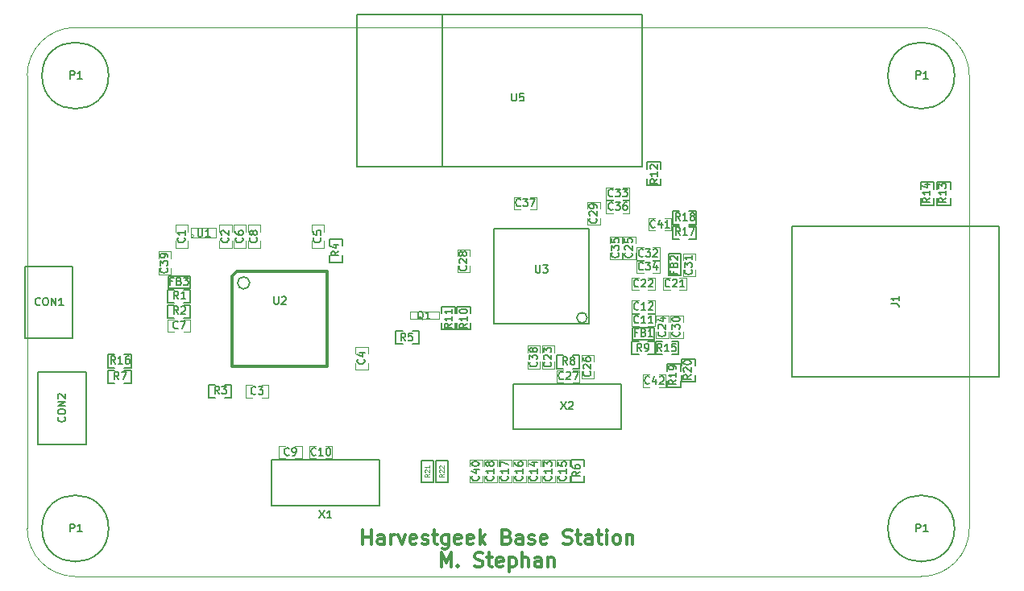
<source format=gto>
G04 (created by PCBNEW (2013-07-07 BZR 4022)-stable) date 04/07/2014 12:15:50*
%MOIN*%
G04 Gerber Fmt 3.4, Leading zero omitted, Abs format*
%FSLAX34Y34*%
G01*
G70*
G90*
G04 APERTURE LIST*
%ADD10C,0.00590551*%
%ADD11C,0.00393701*%
%ADD12C,0.00787402*%
%ADD13C,0.011811*%
%ADD14C,0.012*%
%ADD15C,0.008*%
%ADD16C,0.0047*%
%ADD17C,0.0031*%
%ADD18C,0.005*%
%ADD19C,0.0045*%
G04 APERTURE END LIST*
G54D10*
G54D11*
X35531Y-48472D02*
X35531Y-29722D01*
X35531Y-48472D02*
G75*
G03X37518Y-50460I1987J0D01*
G74*
G01*
X72520Y-50460D02*
X37518Y-50460D01*
X72520Y-50460D02*
G75*
G03X74507Y-48472I0J1987D01*
G74*
G01*
X74507Y-29722D02*
X74507Y-48472D01*
X74507Y-29722D02*
G75*
G03X72520Y-27735I-1987J0D01*
G74*
G01*
X37518Y-27735D02*
X72520Y-27735D01*
X37518Y-27735D02*
G75*
G03X35531Y-29722I0J-1987D01*
G74*
G01*
G54D12*
X58696Y-39748D02*
G75*
G03X58696Y-39748I-212J0D01*
G74*
G01*
G54D13*
X49422Y-49123D02*
X49422Y-48533D01*
X49422Y-48814D02*
X49760Y-48814D01*
X49760Y-49123D02*
X49760Y-48533D01*
X50294Y-49123D02*
X50294Y-48814D01*
X50266Y-48758D01*
X50210Y-48730D01*
X50097Y-48730D01*
X50041Y-48758D01*
X50294Y-49095D02*
X50238Y-49123D01*
X50097Y-49123D01*
X50041Y-49095D01*
X50013Y-49039D01*
X50013Y-48983D01*
X50041Y-48927D01*
X50097Y-48898D01*
X50238Y-48898D01*
X50294Y-48870D01*
X50575Y-49123D02*
X50575Y-48730D01*
X50575Y-48842D02*
X50603Y-48786D01*
X50632Y-48758D01*
X50688Y-48730D01*
X50744Y-48730D01*
X50885Y-48730D02*
X51025Y-49123D01*
X51166Y-48730D01*
X51616Y-49095D02*
X51560Y-49123D01*
X51447Y-49123D01*
X51391Y-49095D01*
X51363Y-49039D01*
X51363Y-48814D01*
X51391Y-48758D01*
X51447Y-48730D01*
X51560Y-48730D01*
X51616Y-48758D01*
X51644Y-48814D01*
X51644Y-48870D01*
X51363Y-48927D01*
X51869Y-49095D02*
X51925Y-49123D01*
X52038Y-49123D01*
X52094Y-49095D01*
X52122Y-49039D01*
X52122Y-49011D01*
X52094Y-48955D01*
X52038Y-48927D01*
X51953Y-48927D01*
X51897Y-48898D01*
X51869Y-48842D01*
X51869Y-48814D01*
X51897Y-48758D01*
X51953Y-48730D01*
X52038Y-48730D01*
X52094Y-48758D01*
X52291Y-48730D02*
X52516Y-48730D01*
X52375Y-48533D02*
X52375Y-49039D01*
X52403Y-49095D01*
X52459Y-49123D01*
X52516Y-49123D01*
X52966Y-48730D02*
X52966Y-49208D01*
X52937Y-49264D01*
X52909Y-49292D01*
X52853Y-49320D01*
X52769Y-49320D01*
X52712Y-49292D01*
X52966Y-49095D02*
X52909Y-49123D01*
X52797Y-49123D01*
X52741Y-49095D01*
X52712Y-49067D01*
X52684Y-49011D01*
X52684Y-48842D01*
X52712Y-48786D01*
X52741Y-48758D01*
X52797Y-48730D01*
X52909Y-48730D01*
X52966Y-48758D01*
X53472Y-49095D02*
X53416Y-49123D01*
X53303Y-49123D01*
X53247Y-49095D01*
X53219Y-49039D01*
X53219Y-48814D01*
X53247Y-48758D01*
X53303Y-48730D01*
X53416Y-48730D01*
X53472Y-48758D01*
X53500Y-48814D01*
X53500Y-48870D01*
X53219Y-48927D01*
X53978Y-49095D02*
X53922Y-49123D01*
X53809Y-49123D01*
X53753Y-49095D01*
X53725Y-49039D01*
X53725Y-48814D01*
X53753Y-48758D01*
X53809Y-48730D01*
X53922Y-48730D01*
X53978Y-48758D01*
X54006Y-48814D01*
X54006Y-48870D01*
X53725Y-48927D01*
X54259Y-49123D02*
X54259Y-48533D01*
X54315Y-48898D02*
X54484Y-49123D01*
X54484Y-48730D02*
X54259Y-48955D01*
X55384Y-48814D02*
X55468Y-48842D01*
X55497Y-48870D01*
X55525Y-48927D01*
X55525Y-49011D01*
X55497Y-49067D01*
X55468Y-49095D01*
X55412Y-49123D01*
X55187Y-49123D01*
X55187Y-48533D01*
X55384Y-48533D01*
X55440Y-48561D01*
X55468Y-48589D01*
X55497Y-48645D01*
X55497Y-48702D01*
X55468Y-48758D01*
X55440Y-48786D01*
X55384Y-48814D01*
X55187Y-48814D01*
X56031Y-49123D02*
X56031Y-48814D01*
X56003Y-48758D01*
X55946Y-48730D01*
X55834Y-48730D01*
X55778Y-48758D01*
X56031Y-49095D02*
X55975Y-49123D01*
X55834Y-49123D01*
X55778Y-49095D01*
X55750Y-49039D01*
X55750Y-48983D01*
X55778Y-48927D01*
X55834Y-48898D01*
X55975Y-48898D01*
X56031Y-48870D01*
X56284Y-49095D02*
X56340Y-49123D01*
X56453Y-49123D01*
X56509Y-49095D01*
X56537Y-49039D01*
X56537Y-49011D01*
X56509Y-48955D01*
X56453Y-48927D01*
X56368Y-48927D01*
X56312Y-48898D01*
X56284Y-48842D01*
X56284Y-48814D01*
X56312Y-48758D01*
X56368Y-48730D01*
X56453Y-48730D01*
X56509Y-48758D01*
X57015Y-49095D02*
X56959Y-49123D01*
X56846Y-49123D01*
X56790Y-49095D01*
X56762Y-49039D01*
X56762Y-48814D01*
X56790Y-48758D01*
X56846Y-48730D01*
X56959Y-48730D01*
X57015Y-48758D01*
X57043Y-48814D01*
X57043Y-48870D01*
X56762Y-48927D01*
X57718Y-49095D02*
X57802Y-49123D01*
X57943Y-49123D01*
X57999Y-49095D01*
X58027Y-49067D01*
X58056Y-49011D01*
X58056Y-48955D01*
X58027Y-48898D01*
X57999Y-48870D01*
X57943Y-48842D01*
X57831Y-48814D01*
X57774Y-48786D01*
X57746Y-48758D01*
X57718Y-48702D01*
X57718Y-48645D01*
X57746Y-48589D01*
X57774Y-48561D01*
X57831Y-48533D01*
X57971Y-48533D01*
X58056Y-48561D01*
X58224Y-48730D02*
X58449Y-48730D01*
X58309Y-48533D02*
X58309Y-49039D01*
X58337Y-49095D01*
X58393Y-49123D01*
X58449Y-49123D01*
X58899Y-49123D02*
X58899Y-48814D01*
X58871Y-48758D01*
X58815Y-48730D01*
X58702Y-48730D01*
X58646Y-48758D01*
X58899Y-49095D02*
X58843Y-49123D01*
X58702Y-49123D01*
X58646Y-49095D01*
X58618Y-49039D01*
X58618Y-48983D01*
X58646Y-48927D01*
X58702Y-48898D01*
X58843Y-48898D01*
X58899Y-48870D01*
X59096Y-48730D02*
X59321Y-48730D01*
X59180Y-48533D02*
X59180Y-49039D01*
X59209Y-49095D01*
X59265Y-49123D01*
X59321Y-49123D01*
X59518Y-49123D02*
X59518Y-48730D01*
X59518Y-48533D02*
X59490Y-48561D01*
X59518Y-48589D01*
X59546Y-48561D01*
X59518Y-48533D01*
X59518Y-48589D01*
X59883Y-49123D02*
X59827Y-49095D01*
X59799Y-49067D01*
X59771Y-49011D01*
X59771Y-48842D01*
X59799Y-48786D01*
X59827Y-48758D01*
X59883Y-48730D01*
X59968Y-48730D01*
X60024Y-48758D01*
X60052Y-48786D01*
X60080Y-48842D01*
X60080Y-49011D01*
X60052Y-49067D01*
X60024Y-49095D01*
X59968Y-49123D01*
X59883Y-49123D01*
X60333Y-48730D02*
X60333Y-49123D01*
X60333Y-48786D02*
X60362Y-48758D01*
X60418Y-48730D01*
X60502Y-48730D01*
X60558Y-48758D01*
X60587Y-48814D01*
X60587Y-49123D01*
X52670Y-50068D02*
X52670Y-49478D01*
X52867Y-49900D01*
X53064Y-49478D01*
X53064Y-50068D01*
X53345Y-50012D02*
X53373Y-50040D01*
X53345Y-50068D01*
X53317Y-50040D01*
X53345Y-50012D01*
X53345Y-50068D01*
X54048Y-50040D02*
X54133Y-50068D01*
X54273Y-50068D01*
X54329Y-50040D01*
X54358Y-50012D01*
X54386Y-49956D01*
X54386Y-49900D01*
X54358Y-49843D01*
X54329Y-49815D01*
X54273Y-49787D01*
X54161Y-49759D01*
X54105Y-49731D01*
X54076Y-49703D01*
X54048Y-49646D01*
X54048Y-49590D01*
X54076Y-49534D01*
X54105Y-49506D01*
X54161Y-49478D01*
X54301Y-49478D01*
X54386Y-49506D01*
X54554Y-49675D02*
X54779Y-49675D01*
X54639Y-49478D02*
X54639Y-49984D01*
X54667Y-50040D01*
X54723Y-50068D01*
X54779Y-50068D01*
X55201Y-50040D02*
X55145Y-50068D01*
X55033Y-50068D01*
X54976Y-50040D01*
X54948Y-49984D01*
X54948Y-49759D01*
X54976Y-49703D01*
X55033Y-49675D01*
X55145Y-49675D01*
X55201Y-49703D01*
X55229Y-49759D01*
X55229Y-49815D01*
X54948Y-49871D01*
X55482Y-49675D02*
X55482Y-50265D01*
X55482Y-49703D02*
X55539Y-49675D01*
X55651Y-49675D01*
X55707Y-49703D01*
X55736Y-49731D01*
X55764Y-49787D01*
X55764Y-49956D01*
X55736Y-50012D01*
X55707Y-50040D01*
X55651Y-50068D01*
X55539Y-50068D01*
X55482Y-50040D01*
X56017Y-50068D02*
X56017Y-49478D01*
X56270Y-50068D02*
X56270Y-49759D01*
X56242Y-49703D01*
X56186Y-49675D01*
X56101Y-49675D01*
X56045Y-49703D01*
X56017Y-49731D01*
X56804Y-50068D02*
X56804Y-49759D01*
X56776Y-49703D01*
X56720Y-49675D01*
X56607Y-49675D01*
X56551Y-49703D01*
X56804Y-50040D02*
X56748Y-50068D01*
X56607Y-50068D01*
X56551Y-50040D01*
X56523Y-49984D01*
X56523Y-49928D01*
X56551Y-49871D01*
X56607Y-49843D01*
X56748Y-49843D01*
X56804Y-49815D01*
X57085Y-49675D02*
X57085Y-50068D01*
X57085Y-49731D02*
X57114Y-49703D01*
X57170Y-49675D01*
X57254Y-49675D01*
X57310Y-49703D01*
X57338Y-49759D01*
X57338Y-50068D01*
G54D14*
X47954Y-37837D02*
X47954Y-41777D01*
X47954Y-41777D02*
X44014Y-41777D01*
X44014Y-38027D02*
X44014Y-41777D01*
X44204Y-37837D02*
X47954Y-37837D01*
X44014Y-38027D02*
X44204Y-37837D01*
G54D15*
X44734Y-38307D02*
G75*
G03X44734Y-38307I-250J0D01*
G74*
G01*
G54D16*
X52568Y-39799D02*
X51368Y-39799D01*
X51368Y-39799D02*
X51368Y-39499D01*
X51368Y-39499D02*
X52568Y-39499D01*
X52568Y-39499D02*
X52568Y-39799D01*
G54D17*
X42434Y-36362D02*
G75*
G03X42434Y-36362I-62J0D01*
G74*
G01*
X43334Y-36024D02*
X43334Y-36424D01*
X42309Y-36024D02*
X42309Y-36424D01*
X43334Y-36424D02*
X42309Y-36424D01*
X42309Y-36024D02*
X43334Y-36024D01*
G54D18*
X41614Y-39217D02*
X41336Y-39217D01*
X41336Y-39217D02*
X41336Y-39767D01*
X41336Y-39767D02*
X41614Y-39767D01*
X42286Y-39217D02*
X42008Y-39217D01*
X42286Y-39217D02*
X42286Y-39767D01*
X42286Y-39767D02*
X42008Y-39767D01*
X61731Y-33586D02*
X61731Y-33308D01*
X61731Y-33308D02*
X61181Y-33308D01*
X61181Y-33308D02*
X61181Y-33586D01*
X61731Y-34258D02*
X61731Y-33980D01*
X61731Y-34258D02*
X61181Y-34258D01*
X61181Y-34258D02*
X61181Y-33980D01*
X58025Y-46297D02*
X58025Y-46575D01*
X58025Y-46575D02*
X58575Y-46575D01*
X58575Y-46575D02*
X58575Y-46297D01*
X58025Y-45625D02*
X58025Y-45903D01*
X58025Y-45625D02*
X58575Y-45625D01*
X58575Y-45625D02*
X58575Y-45903D01*
X39153Y-41925D02*
X38875Y-41925D01*
X38875Y-41925D02*
X38875Y-42475D01*
X38875Y-42475D02*
X39153Y-42475D01*
X39825Y-41925D02*
X39547Y-41925D01*
X39825Y-41925D02*
X39825Y-42475D01*
X39825Y-42475D02*
X39547Y-42475D01*
X51456Y-40830D02*
X51734Y-40830D01*
X51734Y-40830D02*
X51734Y-40280D01*
X51734Y-40280D02*
X51456Y-40280D01*
X50784Y-40830D02*
X51062Y-40830D01*
X50784Y-40830D02*
X50784Y-40280D01*
X50784Y-40280D02*
X51062Y-40280D01*
X48032Y-37169D02*
X48032Y-37447D01*
X48032Y-37447D02*
X48582Y-37447D01*
X48582Y-37447D02*
X48582Y-37169D01*
X48032Y-36497D02*
X48032Y-36775D01*
X48032Y-36497D02*
X48582Y-36497D01*
X48582Y-36497D02*
X48582Y-36775D01*
X43306Y-42524D02*
X43028Y-42524D01*
X43028Y-42524D02*
X43028Y-43074D01*
X43028Y-43074D02*
X43306Y-43074D01*
X43978Y-42524D02*
X43700Y-42524D01*
X43978Y-42524D02*
X43978Y-43074D01*
X43978Y-43074D02*
X43700Y-43074D01*
X57716Y-41303D02*
X57438Y-41303D01*
X57438Y-41303D02*
X57438Y-41853D01*
X57438Y-41853D02*
X57716Y-41853D01*
X58388Y-41303D02*
X58110Y-41303D01*
X58388Y-41303D02*
X58388Y-41853D01*
X58388Y-41853D02*
X58110Y-41853D01*
X41614Y-38587D02*
X41336Y-38587D01*
X41336Y-38587D02*
X41336Y-39137D01*
X41336Y-39137D02*
X41614Y-39137D01*
X42286Y-38587D02*
X42008Y-38587D01*
X42286Y-38587D02*
X42286Y-39137D01*
X42286Y-39137D02*
X42008Y-39137D01*
X53857Y-39570D02*
X53857Y-39292D01*
X53857Y-39292D02*
X53307Y-39292D01*
X53307Y-39292D02*
X53307Y-39570D01*
X53857Y-40242D02*
X53857Y-39964D01*
X53857Y-40242D02*
X53307Y-40242D01*
X53307Y-40242D02*
X53307Y-39964D01*
X53227Y-39570D02*
X53227Y-39292D01*
X53227Y-39292D02*
X52677Y-39292D01*
X52677Y-39292D02*
X52677Y-39570D01*
X53227Y-40242D02*
X53227Y-39964D01*
X53227Y-40242D02*
X52677Y-40242D01*
X52677Y-40242D02*
X52677Y-39964D01*
X61220Y-41263D02*
X61498Y-41263D01*
X61498Y-41263D02*
X61498Y-40713D01*
X61498Y-40713D02*
X61220Y-40713D01*
X60548Y-41263D02*
X60826Y-41263D01*
X60548Y-41263D02*
X60548Y-40713D01*
X60548Y-40713D02*
X60826Y-40713D01*
X72505Y-34807D02*
X72505Y-35085D01*
X72505Y-35085D02*
X73055Y-35085D01*
X73055Y-35085D02*
X73055Y-34807D01*
X72505Y-34135D02*
X72505Y-34413D01*
X72505Y-34135D02*
X73055Y-34135D01*
X73055Y-34135D02*
X73055Y-34413D01*
X73175Y-34807D02*
X73175Y-35085D01*
X73175Y-35085D02*
X73725Y-35085D01*
X73725Y-35085D02*
X73725Y-34807D01*
X73175Y-34135D02*
X73175Y-34413D01*
X73175Y-34135D02*
X73725Y-34135D01*
X73725Y-34135D02*
X73725Y-34413D01*
G54D16*
X57356Y-45903D02*
X57356Y-45628D01*
X57356Y-46297D02*
X57356Y-46572D01*
X56844Y-45903D02*
X56844Y-45628D01*
X56844Y-46572D02*
X56844Y-46297D01*
X56850Y-45628D02*
X57350Y-45628D01*
X57350Y-46572D02*
X56850Y-46572D01*
X62657Y-39925D02*
X62657Y-39650D01*
X62657Y-40319D02*
X62657Y-40594D01*
X62145Y-39925D02*
X62145Y-39650D01*
X62145Y-40594D02*
X62145Y-40319D01*
X62151Y-39650D02*
X62651Y-39650D01*
X62651Y-40594D02*
X62151Y-40594D01*
X45177Y-36184D02*
X45177Y-35909D01*
X45177Y-36578D02*
X45177Y-36853D01*
X44665Y-36184D02*
X44665Y-35909D01*
X44665Y-36853D02*
X44665Y-36578D01*
X44671Y-35909D02*
X45171Y-35909D01*
X45171Y-36853D02*
X44671Y-36853D01*
X45236Y-43055D02*
X45511Y-43055D01*
X44842Y-43055D02*
X44567Y-43055D01*
X45236Y-42543D02*
X45511Y-42543D01*
X44567Y-42543D02*
X44842Y-42543D01*
X45511Y-42549D02*
X45511Y-43049D01*
X44567Y-43049D02*
X44567Y-42549D01*
X49114Y-41618D02*
X49114Y-41893D01*
X49114Y-41224D02*
X49114Y-40949D01*
X49626Y-41618D02*
X49626Y-41893D01*
X49626Y-40949D02*
X49626Y-41224D01*
X49620Y-41893D02*
X49120Y-41893D01*
X49120Y-40949D02*
X49620Y-40949D01*
X47815Y-36184D02*
X47815Y-35909D01*
X47815Y-36578D02*
X47815Y-36853D01*
X47303Y-36184D02*
X47303Y-35909D01*
X47303Y-36853D02*
X47303Y-36578D01*
X47309Y-35909D02*
X47809Y-35909D01*
X47809Y-36853D02*
X47309Y-36853D01*
X44586Y-36184D02*
X44586Y-35909D01*
X44586Y-36578D02*
X44586Y-36853D01*
X44074Y-36184D02*
X44074Y-35909D01*
X44074Y-36853D02*
X44074Y-36578D01*
X44080Y-35909D02*
X44580Y-35909D01*
X44580Y-36853D02*
X44080Y-36853D01*
X61220Y-40102D02*
X61495Y-40102D01*
X60826Y-40102D02*
X60551Y-40102D01*
X61220Y-39590D02*
X61495Y-39590D01*
X60551Y-39590D02*
X60826Y-39590D01*
X61495Y-39596D02*
X61495Y-40096D01*
X60551Y-40096D02*
X60551Y-39596D01*
X56756Y-45903D02*
X56756Y-45628D01*
X56756Y-46297D02*
X56756Y-46572D01*
X56244Y-45903D02*
X56244Y-45628D01*
X56244Y-46572D02*
X56244Y-46297D01*
X56250Y-45628D02*
X56750Y-45628D01*
X56750Y-46572D02*
X56250Y-46572D01*
X57956Y-45903D02*
X57956Y-45628D01*
X57956Y-46297D02*
X57956Y-46572D01*
X57444Y-45903D02*
X57444Y-45628D01*
X57444Y-46572D02*
X57444Y-46297D01*
X57450Y-45628D02*
X57950Y-45628D01*
X57950Y-46572D02*
X57450Y-46572D01*
X56156Y-45903D02*
X56156Y-45628D01*
X56156Y-46297D02*
X56156Y-46572D01*
X55644Y-45903D02*
X55644Y-45628D01*
X55644Y-46572D02*
X55644Y-46297D01*
X55650Y-45628D02*
X56150Y-45628D01*
X56150Y-46572D02*
X55650Y-46572D01*
X55556Y-45903D02*
X55556Y-45628D01*
X55556Y-46297D02*
X55556Y-46572D01*
X55044Y-45903D02*
X55044Y-45628D01*
X55044Y-46572D02*
X55044Y-46297D01*
X55050Y-45628D02*
X55550Y-45628D01*
X55550Y-46572D02*
X55050Y-46572D01*
X54956Y-45903D02*
X54956Y-45628D01*
X54956Y-46297D02*
X54956Y-46572D01*
X54444Y-45903D02*
X54444Y-45628D01*
X54444Y-46572D02*
X54444Y-46297D01*
X54450Y-45628D02*
X54950Y-45628D01*
X54950Y-46572D02*
X54450Y-46572D01*
X58110Y-42425D02*
X58385Y-42425D01*
X57716Y-42425D02*
X57441Y-42425D01*
X58110Y-41913D02*
X58385Y-41913D01*
X57441Y-41913D02*
X57716Y-41913D01*
X58385Y-41919D02*
X58385Y-42419D01*
X57441Y-42419D02*
X57441Y-41919D01*
X58464Y-41972D02*
X58464Y-42247D01*
X58464Y-41578D02*
X58464Y-41303D01*
X58976Y-41972D02*
X58976Y-42247D01*
X58976Y-41303D02*
X58976Y-41578D01*
X58970Y-42247D02*
X58470Y-42247D01*
X58470Y-41303D02*
X58970Y-41303D01*
X42185Y-36184D02*
X42185Y-35909D01*
X42185Y-36578D02*
X42185Y-36853D01*
X41673Y-36184D02*
X41673Y-35909D01*
X41673Y-36853D02*
X41673Y-36578D01*
X41679Y-35909D02*
X42179Y-35909D01*
X42179Y-36853D02*
X41679Y-36853D01*
X43996Y-36184D02*
X43996Y-35909D01*
X43996Y-36578D02*
X43996Y-36853D01*
X43484Y-36184D02*
X43484Y-35909D01*
X43484Y-36853D02*
X43484Y-36578D01*
X43490Y-35909D02*
X43990Y-35909D01*
X43990Y-36853D02*
X43490Y-36853D01*
X60157Y-34866D02*
X60432Y-34866D01*
X59763Y-34866D02*
X59488Y-34866D01*
X60157Y-34354D02*
X60432Y-34354D01*
X59488Y-34354D02*
X59763Y-34354D01*
X60432Y-34360D02*
X60432Y-34860D01*
X59488Y-34860D02*
X59488Y-34360D01*
X60157Y-35417D02*
X60432Y-35417D01*
X59763Y-35417D02*
X59488Y-35417D01*
X60157Y-34905D02*
X60432Y-34905D01*
X59488Y-34905D02*
X59763Y-34905D01*
X60432Y-34911D02*
X60432Y-35411D01*
X59488Y-35411D02*
X59488Y-34911D01*
X47480Y-45062D02*
X47205Y-45062D01*
X47874Y-45062D02*
X48149Y-45062D01*
X47480Y-45574D02*
X47205Y-45574D01*
X48149Y-45574D02*
X47874Y-45574D01*
X47205Y-45568D02*
X47205Y-45068D01*
X48149Y-45068D02*
X48149Y-45568D01*
X61220Y-39551D02*
X61495Y-39551D01*
X60826Y-39551D02*
X60551Y-39551D01*
X61220Y-39039D02*
X61495Y-39039D01*
X60551Y-39039D02*
X60826Y-39039D01*
X61495Y-39045D02*
X61495Y-39545D01*
X60551Y-39545D02*
X60551Y-39045D01*
X62519Y-38606D02*
X62794Y-38606D01*
X62125Y-38606D02*
X61850Y-38606D01*
X62519Y-38094D02*
X62794Y-38094D01*
X61850Y-38094D02*
X62125Y-38094D01*
X62794Y-38100D02*
X62794Y-38600D01*
X61850Y-38600D02*
X61850Y-38100D01*
X61220Y-38606D02*
X61495Y-38606D01*
X60826Y-38606D02*
X60551Y-38606D01*
X61220Y-38094D02*
X61495Y-38094D01*
X60551Y-38094D02*
X60826Y-38094D01*
X61495Y-38100D02*
X61495Y-38600D01*
X60551Y-38600D02*
X60551Y-38100D01*
X56830Y-41578D02*
X56830Y-41853D01*
X56830Y-41184D02*
X56830Y-40909D01*
X57342Y-41578D02*
X57342Y-41853D01*
X57342Y-40909D02*
X57342Y-41184D01*
X57336Y-41853D02*
X56836Y-41853D01*
X56836Y-40909D02*
X57336Y-40909D01*
X62067Y-39925D02*
X62067Y-39650D01*
X62067Y-40319D02*
X62067Y-40594D01*
X61555Y-39925D02*
X61555Y-39650D01*
X61555Y-40594D02*
X61555Y-40319D01*
X61561Y-39650D02*
X62061Y-39650D01*
X62061Y-40594D02*
X61561Y-40594D01*
X60689Y-36657D02*
X60689Y-36382D01*
X60689Y-37051D02*
X60689Y-37326D01*
X60177Y-36657D02*
X60177Y-36382D01*
X60177Y-37326D02*
X60177Y-37051D01*
X60183Y-36382D02*
X60683Y-36382D01*
X60683Y-37326D02*
X60183Y-37326D01*
X53326Y-37602D02*
X53326Y-37877D01*
X53326Y-37208D02*
X53326Y-36933D01*
X53838Y-37602D02*
X53838Y-37877D01*
X53838Y-36933D02*
X53838Y-37208D01*
X53832Y-37877D02*
X53332Y-37877D01*
X53332Y-36933D02*
X53832Y-36933D01*
X59232Y-35240D02*
X59232Y-34965D01*
X59232Y-35634D02*
X59232Y-35909D01*
X58720Y-35240D02*
X58720Y-34965D01*
X58720Y-35909D02*
X58720Y-35634D01*
X58726Y-34965D02*
X59226Y-34965D01*
X59226Y-35909D02*
X58726Y-35909D01*
X62657Y-37759D02*
X62657Y-38034D01*
X62657Y-37365D02*
X62657Y-37090D01*
X63169Y-37759D02*
X63169Y-38034D01*
X63169Y-37090D02*
X63169Y-37365D01*
X63163Y-38034D02*
X62663Y-38034D01*
X62663Y-37090D02*
X63163Y-37090D01*
X61417Y-37346D02*
X61692Y-37346D01*
X61023Y-37346D02*
X60748Y-37346D01*
X61417Y-36834D02*
X61692Y-36834D01*
X60748Y-36834D02*
X61023Y-36834D01*
X61692Y-36840D02*
X61692Y-37340D01*
X60748Y-37340D02*
X60748Y-36840D01*
X61417Y-37897D02*
X61692Y-37897D01*
X61023Y-37897D02*
X60748Y-37897D01*
X61417Y-37385D02*
X61692Y-37385D01*
X60748Y-37385D02*
X61023Y-37385D01*
X61692Y-37391D02*
X61692Y-37891D01*
X60748Y-37891D02*
X60748Y-37391D01*
X60137Y-36657D02*
X60137Y-36382D01*
X60137Y-37051D02*
X60137Y-37326D01*
X59625Y-36657D02*
X59625Y-36382D01*
X59625Y-37326D02*
X59625Y-37051D01*
X59631Y-36382D02*
X60131Y-36382D01*
X60131Y-37326D02*
X59631Y-37326D01*
X55944Y-34747D02*
X55669Y-34747D01*
X56338Y-34747D02*
X56613Y-34747D01*
X55944Y-35259D02*
X55669Y-35259D01*
X56613Y-35259D02*
X56338Y-35259D01*
X55669Y-35253D02*
X55669Y-34753D01*
X56613Y-34753D02*
X56613Y-35253D01*
X56240Y-41578D02*
X56240Y-41853D01*
X56240Y-41184D02*
X56240Y-40909D01*
X56752Y-41578D02*
X56752Y-41853D01*
X56752Y-40909D02*
X56752Y-41184D01*
X56746Y-41853D02*
X56246Y-41853D01*
X56246Y-40909D02*
X56746Y-40909D01*
X41614Y-39826D02*
X41339Y-39826D01*
X42008Y-39826D02*
X42283Y-39826D01*
X41614Y-40338D02*
X41339Y-40338D01*
X42283Y-40338D02*
X42008Y-40338D01*
X41339Y-40332D02*
X41339Y-39832D01*
X42283Y-39832D02*
X42283Y-40332D01*
X46614Y-45574D02*
X46889Y-45574D01*
X46220Y-45574D02*
X45945Y-45574D01*
X46614Y-45062D02*
X46889Y-45062D01*
X45945Y-45062D02*
X46220Y-45062D01*
X46889Y-45068D02*
X46889Y-45568D01*
X45945Y-45568D02*
X45945Y-45068D01*
G54D18*
X62572Y-37112D02*
X62572Y-38012D01*
X62572Y-38012D02*
X62072Y-38012D01*
X62072Y-38012D02*
X62072Y-37112D01*
X62072Y-37112D02*
X62572Y-37112D01*
X61473Y-40647D02*
X60573Y-40647D01*
X60573Y-40647D02*
X60573Y-40147D01*
X60573Y-40147D02*
X61473Y-40147D01*
X61473Y-40147D02*
X61473Y-40647D01*
G54D10*
X52715Y-27205D02*
X52715Y-33504D01*
X60982Y-33504D02*
X60982Y-27205D01*
X60982Y-27205D02*
X49171Y-27205D01*
X49171Y-27205D02*
X49171Y-33504D01*
X49171Y-33504D02*
X60982Y-33504D01*
X58779Y-40003D02*
X54842Y-40003D01*
X54842Y-40003D02*
X54842Y-36066D01*
X54842Y-36066D02*
X58779Y-36066D01*
X58779Y-36066D02*
X58779Y-40003D01*
X45629Y-45633D02*
X50118Y-45633D01*
X50118Y-45633D02*
X50118Y-47523D01*
X50118Y-47523D02*
X45629Y-47523D01*
X45629Y-47523D02*
X45629Y-45633D01*
X55629Y-42484D02*
X60118Y-42484D01*
X60118Y-42484D02*
X60118Y-44374D01*
X60118Y-44374D02*
X55629Y-44374D01*
X55629Y-44374D02*
X55629Y-42484D01*
X75740Y-42184D02*
X75740Y-35963D01*
X75740Y-35963D02*
X67157Y-35963D01*
X67157Y-35963D02*
X67157Y-42184D01*
X67157Y-42184D02*
X75740Y-42184D01*
X35444Y-37637D02*
X35444Y-40590D01*
X35444Y-40590D02*
X37412Y-40590D01*
X37412Y-40590D02*
X37412Y-37637D01*
X37412Y-37637D02*
X35444Y-37637D01*
G54D15*
X35979Y-44999D02*
X35979Y-41999D01*
X37979Y-41999D02*
X37979Y-44999D01*
X37979Y-44999D02*
X35979Y-44999D01*
X35979Y-41999D02*
X37979Y-41999D01*
G54D16*
X53844Y-46297D02*
X53844Y-46572D01*
X53844Y-45903D02*
X53844Y-45628D01*
X54356Y-46297D02*
X54356Y-46572D01*
X54356Y-45628D02*
X54356Y-45903D01*
X54350Y-46572D02*
X53850Y-46572D01*
X53850Y-45628D02*
X54350Y-45628D01*
G54D18*
X62204Y-41263D02*
X62482Y-41263D01*
X62482Y-41263D02*
X62482Y-40713D01*
X62482Y-40713D02*
X62204Y-40713D01*
X61532Y-41263D02*
X61810Y-41263D01*
X61532Y-41263D02*
X61532Y-40713D01*
X61532Y-40713D02*
X61810Y-40713D01*
G54D16*
X41476Y-37287D02*
X41476Y-37012D01*
X41476Y-37681D02*
X41476Y-37956D01*
X40964Y-37287D02*
X40964Y-37012D01*
X40964Y-37956D02*
X40964Y-37681D01*
X40970Y-37012D02*
X41470Y-37012D01*
X41470Y-37956D02*
X40970Y-37956D01*
G54D18*
X41361Y-38021D02*
X42261Y-38021D01*
X42261Y-38021D02*
X42261Y-38521D01*
X42261Y-38521D02*
X41361Y-38521D01*
X41361Y-38521D02*
X41361Y-38021D01*
X62519Y-35949D02*
X62241Y-35949D01*
X62241Y-35949D02*
X62241Y-36499D01*
X62241Y-36499D02*
X62519Y-36499D01*
X63191Y-35949D02*
X62913Y-35949D01*
X63191Y-35949D02*
X63191Y-36499D01*
X63191Y-36499D02*
X62913Y-36499D01*
X62519Y-35339D02*
X62241Y-35339D01*
X62241Y-35339D02*
X62241Y-35889D01*
X62241Y-35889D02*
X62519Y-35889D01*
X63191Y-35339D02*
X62913Y-35339D01*
X63191Y-35339D02*
X63191Y-35889D01*
X63191Y-35889D02*
X62913Y-35889D01*
X62008Y-42346D02*
X62008Y-42624D01*
X62008Y-42624D02*
X62558Y-42624D01*
X62558Y-42624D02*
X62558Y-42346D01*
X62008Y-41674D02*
X62008Y-41952D01*
X62008Y-41674D02*
X62558Y-41674D01*
X62558Y-41674D02*
X62558Y-41952D01*
X62618Y-42130D02*
X62618Y-42408D01*
X62618Y-42408D02*
X63168Y-42408D01*
X63168Y-42408D02*
X63168Y-42130D01*
X62618Y-41458D02*
X62618Y-41736D01*
X62618Y-41458D02*
X63168Y-41458D01*
X63168Y-41458D02*
X63168Y-41736D01*
X39153Y-41275D02*
X38875Y-41275D01*
X38875Y-41275D02*
X38875Y-41825D01*
X38875Y-41825D02*
X39153Y-41825D01*
X39825Y-41275D02*
X39547Y-41275D01*
X39825Y-41275D02*
X39825Y-41825D01*
X39825Y-41825D02*
X39547Y-41825D01*
G54D16*
X61515Y-35633D02*
X61240Y-35633D01*
X61909Y-35633D02*
X62184Y-35633D01*
X61515Y-36145D02*
X61240Y-36145D01*
X62184Y-36145D02*
X61909Y-36145D01*
X61240Y-36139D02*
X61240Y-35639D01*
X62184Y-35639D02*
X62184Y-36139D01*
X61279Y-42110D02*
X61004Y-42110D01*
X61673Y-42110D02*
X61948Y-42110D01*
X61279Y-42622D02*
X61004Y-42622D01*
X61948Y-42622D02*
X61673Y-42622D01*
X61004Y-42616D02*
X61004Y-42116D01*
X61948Y-42116D02*
X61948Y-42616D01*
G54D18*
X52450Y-46550D02*
X52450Y-45650D01*
X52450Y-45650D02*
X52950Y-45650D01*
X52950Y-45650D02*
X52950Y-46550D01*
X52950Y-46550D02*
X52450Y-46550D01*
X51850Y-46550D02*
X51850Y-45650D01*
X51850Y-45650D02*
X52350Y-45650D01*
X52350Y-45650D02*
X52350Y-46550D01*
X52350Y-46550D02*
X51850Y-46550D01*
G54D10*
X73897Y-29723D02*
G75*
G03X73897Y-29723I-1377J0D01*
G74*
G01*
X38897Y-29723D02*
G75*
G03X38897Y-29723I-1377J0D01*
G74*
G01*
X38897Y-48473D02*
G75*
G03X38897Y-48473I-1377J0D01*
G74*
G01*
X73897Y-48473D02*
G75*
G03X73897Y-48473I-1377J0D01*
G74*
G01*
G54D12*
X45744Y-38869D02*
X45744Y-39124D01*
X45759Y-39154D01*
X45774Y-39169D01*
X45804Y-39184D01*
X45864Y-39184D01*
X45894Y-39169D01*
X45909Y-39154D01*
X45924Y-39124D01*
X45924Y-38869D01*
X46059Y-38899D02*
X46074Y-38884D01*
X46104Y-38869D01*
X46179Y-38869D01*
X46209Y-38884D01*
X46224Y-38899D01*
X46239Y-38929D01*
X46239Y-38959D01*
X46224Y-39004D01*
X46044Y-39184D01*
X46239Y-39184D01*
X51918Y-39826D02*
X51888Y-39811D01*
X51858Y-39781D01*
X51813Y-39736D01*
X51783Y-39721D01*
X51753Y-39721D01*
X51768Y-39796D02*
X51738Y-39781D01*
X51708Y-39751D01*
X51693Y-39691D01*
X51693Y-39586D01*
X51708Y-39526D01*
X51738Y-39496D01*
X51768Y-39481D01*
X51828Y-39481D01*
X51858Y-39496D01*
X51888Y-39526D01*
X51903Y-39586D01*
X51903Y-39691D01*
X51888Y-39751D01*
X51858Y-39781D01*
X51828Y-39796D01*
X51768Y-39796D01*
X52203Y-39796D02*
X52023Y-39796D01*
X52113Y-39796D02*
X52113Y-39481D01*
X52083Y-39526D01*
X52053Y-39556D01*
X52023Y-39571D01*
X42594Y-36076D02*
X42594Y-36331D01*
X42609Y-36361D01*
X42624Y-36376D01*
X42654Y-36391D01*
X42714Y-36391D01*
X42744Y-36376D01*
X42759Y-36361D01*
X42774Y-36331D01*
X42774Y-36076D01*
X43089Y-36391D02*
X42909Y-36391D01*
X42999Y-36391D02*
X42999Y-36076D01*
X42969Y-36121D01*
X42939Y-36151D01*
X42909Y-36166D01*
X41783Y-39594D02*
X41678Y-39444D01*
X41603Y-39594D02*
X41603Y-39279D01*
X41723Y-39279D01*
X41753Y-39294D01*
X41768Y-39309D01*
X41783Y-39339D01*
X41783Y-39384D01*
X41768Y-39414D01*
X41753Y-39429D01*
X41723Y-39444D01*
X41603Y-39444D01*
X41903Y-39309D02*
X41918Y-39294D01*
X41948Y-39279D01*
X42023Y-39279D01*
X42053Y-39294D01*
X42068Y-39309D01*
X42083Y-39339D01*
X42083Y-39369D01*
X42068Y-39414D01*
X41888Y-39594D01*
X42083Y-39594D01*
X61609Y-34010D02*
X61459Y-34115D01*
X61609Y-34190D02*
X61294Y-34190D01*
X61294Y-34070D01*
X61309Y-34040D01*
X61324Y-34025D01*
X61354Y-34010D01*
X61399Y-34010D01*
X61429Y-34025D01*
X61444Y-34040D01*
X61459Y-34070D01*
X61459Y-34190D01*
X61609Y-33710D02*
X61609Y-33890D01*
X61609Y-33800D02*
X61294Y-33800D01*
X61339Y-33830D01*
X61369Y-33860D01*
X61384Y-33890D01*
X61324Y-33590D02*
X61309Y-33575D01*
X61294Y-33545D01*
X61294Y-33471D01*
X61309Y-33441D01*
X61324Y-33426D01*
X61354Y-33411D01*
X61384Y-33411D01*
X61429Y-33426D01*
X61609Y-33605D01*
X61609Y-33411D01*
X58402Y-46127D02*
X58252Y-46232D01*
X58402Y-46307D02*
X58087Y-46307D01*
X58087Y-46187D01*
X58102Y-46157D01*
X58117Y-46142D01*
X58147Y-46127D01*
X58192Y-46127D01*
X58222Y-46142D01*
X58237Y-46157D01*
X58252Y-46187D01*
X58252Y-46307D01*
X58087Y-45857D02*
X58087Y-45917D01*
X58102Y-45947D01*
X58117Y-45962D01*
X58162Y-45992D01*
X58222Y-46007D01*
X58342Y-46007D01*
X58372Y-45992D01*
X58387Y-45977D01*
X58402Y-45947D01*
X58402Y-45887D01*
X58387Y-45857D01*
X58372Y-45842D01*
X58342Y-45827D01*
X58267Y-45827D01*
X58237Y-45842D01*
X58222Y-45857D01*
X58207Y-45887D01*
X58207Y-45947D01*
X58222Y-45977D01*
X58237Y-45992D01*
X58267Y-46007D01*
X39322Y-42302D02*
X39217Y-42152D01*
X39142Y-42302D02*
X39142Y-41987D01*
X39262Y-41987D01*
X39292Y-42002D01*
X39307Y-42017D01*
X39322Y-42047D01*
X39322Y-42092D01*
X39307Y-42122D01*
X39292Y-42137D01*
X39262Y-42152D01*
X39142Y-42152D01*
X39427Y-41987D02*
X39637Y-41987D01*
X39502Y-42302D01*
X51182Y-40707D02*
X51077Y-40557D01*
X51002Y-40707D02*
X51002Y-40392D01*
X51122Y-40392D01*
X51152Y-40407D01*
X51167Y-40422D01*
X51182Y-40452D01*
X51182Y-40497D01*
X51167Y-40527D01*
X51152Y-40542D01*
X51122Y-40557D01*
X51002Y-40557D01*
X51467Y-40392D02*
X51317Y-40392D01*
X51302Y-40542D01*
X51317Y-40527D01*
X51347Y-40512D01*
X51422Y-40512D01*
X51452Y-40527D01*
X51467Y-40542D01*
X51482Y-40572D01*
X51482Y-40647D01*
X51467Y-40677D01*
X51452Y-40692D01*
X51422Y-40707D01*
X51347Y-40707D01*
X51317Y-40692D01*
X51302Y-40677D01*
X48409Y-36999D02*
X48259Y-37104D01*
X48409Y-37179D02*
X48094Y-37179D01*
X48094Y-37059D01*
X48109Y-37029D01*
X48124Y-37014D01*
X48154Y-36999D01*
X48199Y-36999D01*
X48229Y-37014D01*
X48244Y-37029D01*
X48259Y-37059D01*
X48259Y-37179D01*
X48199Y-36729D02*
X48409Y-36729D01*
X48079Y-36804D02*
X48304Y-36879D01*
X48304Y-36684D01*
X43476Y-42901D02*
X43371Y-42751D01*
X43296Y-42901D02*
X43296Y-42586D01*
X43416Y-42586D01*
X43446Y-42601D01*
X43461Y-42616D01*
X43476Y-42646D01*
X43476Y-42691D01*
X43461Y-42721D01*
X43446Y-42736D01*
X43416Y-42751D01*
X43296Y-42751D01*
X43581Y-42586D02*
X43776Y-42586D01*
X43671Y-42706D01*
X43716Y-42706D01*
X43746Y-42721D01*
X43761Y-42736D01*
X43776Y-42766D01*
X43776Y-42841D01*
X43761Y-42871D01*
X43746Y-42886D01*
X43716Y-42901D01*
X43626Y-42901D01*
X43596Y-42886D01*
X43581Y-42871D01*
X57885Y-41681D02*
X57780Y-41531D01*
X57705Y-41681D02*
X57705Y-41366D01*
X57825Y-41366D01*
X57855Y-41381D01*
X57870Y-41396D01*
X57885Y-41426D01*
X57885Y-41471D01*
X57870Y-41501D01*
X57855Y-41516D01*
X57825Y-41531D01*
X57705Y-41531D01*
X58065Y-41501D02*
X58035Y-41486D01*
X58020Y-41471D01*
X58005Y-41441D01*
X58005Y-41426D01*
X58020Y-41396D01*
X58035Y-41381D01*
X58065Y-41366D01*
X58125Y-41366D01*
X58155Y-41381D01*
X58170Y-41396D01*
X58185Y-41426D01*
X58185Y-41441D01*
X58170Y-41471D01*
X58155Y-41486D01*
X58125Y-41501D01*
X58065Y-41501D01*
X58035Y-41516D01*
X58020Y-41531D01*
X58005Y-41561D01*
X58005Y-41621D01*
X58020Y-41651D01*
X58035Y-41666D01*
X58065Y-41681D01*
X58125Y-41681D01*
X58155Y-41666D01*
X58170Y-41651D01*
X58185Y-41621D01*
X58185Y-41561D01*
X58170Y-41531D01*
X58155Y-41516D01*
X58125Y-41501D01*
X41783Y-38964D02*
X41678Y-38814D01*
X41603Y-38964D02*
X41603Y-38649D01*
X41723Y-38649D01*
X41753Y-38664D01*
X41768Y-38679D01*
X41783Y-38709D01*
X41783Y-38754D01*
X41768Y-38784D01*
X41753Y-38799D01*
X41723Y-38814D01*
X41603Y-38814D01*
X42083Y-38964D02*
X41903Y-38964D01*
X41993Y-38964D02*
X41993Y-38649D01*
X41963Y-38694D01*
X41933Y-38724D01*
X41903Y-38739D01*
X53735Y-39995D02*
X53585Y-40100D01*
X53735Y-40175D02*
X53420Y-40175D01*
X53420Y-40055D01*
X53435Y-40025D01*
X53450Y-40010D01*
X53480Y-39995D01*
X53525Y-39995D01*
X53555Y-40010D01*
X53570Y-40025D01*
X53585Y-40055D01*
X53585Y-40175D01*
X53735Y-39695D02*
X53735Y-39875D01*
X53735Y-39785D02*
X53420Y-39785D01*
X53465Y-39815D01*
X53495Y-39845D01*
X53510Y-39875D01*
X53420Y-39500D02*
X53420Y-39470D01*
X53435Y-39440D01*
X53450Y-39425D01*
X53480Y-39410D01*
X53540Y-39395D01*
X53615Y-39395D01*
X53675Y-39410D01*
X53705Y-39425D01*
X53720Y-39440D01*
X53735Y-39470D01*
X53735Y-39500D01*
X53720Y-39530D01*
X53705Y-39545D01*
X53675Y-39560D01*
X53615Y-39575D01*
X53540Y-39575D01*
X53480Y-39560D01*
X53450Y-39545D01*
X53435Y-39530D01*
X53420Y-39500D01*
X53105Y-39995D02*
X52955Y-40100D01*
X53105Y-40175D02*
X52790Y-40175D01*
X52790Y-40055D01*
X52805Y-40025D01*
X52820Y-40010D01*
X52850Y-39995D01*
X52895Y-39995D01*
X52925Y-40010D01*
X52940Y-40025D01*
X52955Y-40055D01*
X52955Y-40175D01*
X53105Y-39695D02*
X53105Y-39875D01*
X53105Y-39785D02*
X52790Y-39785D01*
X52835Y-39815D01*
X52865Y-39845D01*
X52880Y-39875D01*
X53105Y-39395D02*
X53105Y-39575D01*
X53105Y-39485D02*
X52790Y-39485D01*
X52835Y-39515D01*
X52865Y-39545D01*
X52880Y-39575D01*
X60946Y-41140D02*
X60841Y-40990D01*
X60766Y-41140D02*
X60766Y-40825D01*
X60886Y-40825D01*
X60916Y-40840D01*
X60931Y-40855D01*
X60946Y-40885D01*
X60946Y-40930D01*
X60931Y-40960D01*
X60916Y-40975D01*
X60886Y-40990D01*
X60766Y-40990D01*
X61096Y-41140D02*
X61156Y-41140D01*
X61186Y-41125D01*
X61201Y-41110D01*
X61231Y-41065D01*
X61246Y-41005D01*
X61246Y-40885D01*
X61231Y-40855D01*
X61216Y-40840D01*
X61186Y-40825D01*
X61126Y-40825D01*
X61096Y-40840D01*
X61081Y-40855D01*
X61066Y-40885D01*
X61066Y-40960D01*
X61081Y-40990D01*
X61096Y-41005D01*
X61126Y-41020D01*
X61186Y-41020D01*
X61216Y-41005D01*
X61231Y-40990D01*
X61246Y-40960D01*
X72883Y-34787D02*
X72733Y-34892D01*
X72883Y-34967D02*
X72568Y-34967D01*
X72568Y-34847D01*
X72583Y-34817D01*
X72598Y-34802D01*
X72628Y-34787D01*
X72673Y-34787D01*
X72703Y-34802D01*
X72718Y-34817D01*
X72733Y-34847D01*
X72733Y-34967D01*
X72883Y-34487D02*
X72883Y-34667D01*
X72883Y-34577D02*
X72568Y-34577D01*
X72613Y-34607D01*
X72643Y-34637D01*
X72658Y-34667D01*
X72673Y-34217D02*
X72883Y-34217D01*
X72553Y-34292D02*
X72778Y-34367D01*
X72778Y-34172D01*
X73552Y-34787D02*
X73402Y-34892D01*
X73552Y-34967D02*
X73237Y-34967D01*
X73237Y-34847D01*
X73252Y-34817D01*
X73267Y-34802D01*
X73297Y-34787D01*
X73342Y-34787D01*
X73372Y-34802D01*
X73387Y-34817D01*
X73402Y-34847D01*
X73402Y-34967D01*
X73552Y-34487D02*
X73552Y-34667D01*
X73552Y-34577D02*
X73237Y-34577D01*
X73282Y-34607D01*
X73312Y-34637D01*
X73327Y-34667D01*
X73237Y-34382D02*
X73237Y-34187D01*
X73357Y-34292D01*
X73357Y-34247D01*
X73372Y-34217D01*
X73387Y-34202D01*
X73417Y-34187D01*
X73492Y-34187D01*
X73522Y-34202D01*
X73537Y-34217D01*
X73552Y-34247D01*
X73552Y-34337D01*
X73537Y-34367D01*
X73522Y-34382D01*
X57197Y-46302D02*
X57212Y-46317D01*
X57227Y-46362D01*
X57227Y-46392D01*
X57212Y-46437D01*
X57182Y-46467D01*
X57152Y-46482D01*
X57092Y-46497D01*
X57047Y-46497D01*
X56987Y-46482D01*
X56957Y-46467D01*
X56927Y-46437D01*
X56912Y-46392D01*
X56912Y-46362D01*
X56927Y-46317D01*
X56942Y-46302D01*
X57227Y-46002D02*
X57227Y-46182D01*
X57227Y-46092D02*
X56912Y-46092D01*
X56957Y-46122D01*
X56987Y-46152D01*
X57002Y-46182D01*
X56912Y-45897D02*
X56912Y-45702D01*
X57032Y-45807D01*
X57032Y-45762D01*
X57047Y-45732D01*
X57062Y-45717D01*
X57092Y-45702D01*
X57167Y-45702D01*
X57197Y-45717D01*
X57212Y-45732D01*
X57227Y-45762D01*
X57227Y-45852D01*
X57212Y-45882D01*
X57197Y-45897D01*
X62499Y-40324D02*
X62514Y-40339D01*
X62529Y-40384D01*
X62529Y-40414D01*
X62514Y-40459D01*
X62484Y-40489D01*
X62454Y-40504D01*
X62394Y-40519D01*
X62349Y-40519D01*
X62289Y-40504D01*
X62259Y-40489D01*
X62229Y-40459D01*
X62214Y-40414D01*
X62214Y-40384D01*
X62229Y-40339D01*
X62244Y-40324D01*
X62214Y-40219D02*
X62214Y-40024D01*
X62334Y-40129D01*
X62334Y-40084D01*
X62349Y-40054D01*
X62364Y-40039D01*
X62394Y-40024D01*
X62469Y-40024D01*
X62499Y-40039D01*
X62514Y-40054D01*
X62529Y-40084D01*
X62529Y-40174D01*
X62514Y-40204D01*
X62499Y-40219D01*
X62214Y-39829D02*
X62214Y-39799D01*
X62229Y-39769D01*
X62244Y-39754D01*
X62274Y-39739D01*
X62334Y-39724D01*
X62409Y-39724D01*
X62469Y-39739D01*
X62499Y-39754D01*
X62514Y-39769D01*
X62529Y-39799D01*
X62529Y-39829D01*
X62514Y-39859D01*
X62499Y-39874D01*
X62469Y-39889D01*
X62409Y-39904D01*
X62334Y-39904D01*
X62274Y-39889D01*
X62244Y-39874D01*
X62229Y-39859D01*
X62214Y-39829D01*
X45018Y-36434D02*
X45033Y-36449D01*
X45048Y-36494D01*
X45048Y-36524D01*
X45033Y-36569D01*
X45003Y-36599D01*
X44973Y-36614D01*
X44913Y-36629D01*
X44868Y-36629D01*
X44808Y-36614D01*
X44778Y-36599D01*
X44748Y-36569D01*
X44733Y-36524D01*
X44733Y-36494D01*
X44748Y-36449D01*
X44763Y-36434D01*
X44868Y-36254D02*
X44853Y-36284D01*
X44838Y-36299D01*
X44808Y-36314D01*
X44793Y-36314D01*
X44763Y-36299D01*
X44748Y-36284D01*
X44733Y-36254D01*
X44733Y-36194D01*
X44748Y-36164D01*
X44763Y-36149D01*
X44793Y-36134D01*
X44808Y-36134D01*
X44838Y-36149D01*
X44853Y-36164D01*
X44868Y-36194D01*
X44868Y-36254D01*
X44883Y-36284D01*
X44898Y-36299D01*
X44928Y-36314D01*
X44988Y-36314D01*
X45018Y-36299D01*
X45033Y-36284D01*
X45048Y-36254D01*
X45048Y-36194D01*
X45033Y-36164D01*
X45018Y-36149D01*
X44988Y-36134D01*
X44928Y-36134D01*
X44898Y-36149D01*
X44883Y-36164D01*
X44868Y-36194D01*
X44986Y-42896D02*
X44971Y-42911D01*
X44926Y-42926D01*
X44896Y-42926D01*
X44851Y-42911D01*
X44821Y-42881D01*
X44806Y-42851D01*
X44791Y-42791D01*
X44791Y-42746D01*
X44806Y-42686D01*
X44821Y-42656D01*
X44851Y-42626D01*
X44896Y-42611D01*
X44926Y-42611D01*
X44971Y-42626D01*
X44986Y-42641D01*
X45091Y-42611D02*
X45286Y-42611D01*
X45181Y-42731D01*
X45226Y-42731D01*
X45256Y-42746D01*
X45271Y-42761D01*
X45286Y-42791D01*
X45286Y-42866D01*
X45271Y-42896D01*
X45256Y-42911D01*
X45226Y-42926D01*
X45136Y-42926D01*
X45106Y-42911D01*
X45091Y-42896D01*
X49467Y-41473D02*
X49482Y-41488D01*
X49497Y-41533D01*
X49497Y-41563D01*
X49482Y-41608D01*
X49452Y-41638D01*
X49422Y-41653D01*
X49362Y-41668D01*
X49317Y-41668D01*
X49257Y-41653D01*
X49227Y-41638D01*
X49197Y-41608D01*
X49182Y-41563D01*
X49182Y-41533D01*
X49197Y-41488D01*
X49212Y-41473D01*
X49287Y-41203D02*
X49497Y-41203D01*
X49167Y-41278D02*
X49392Y-41353D01*
X49392Y-41158D01*
X47656Y-36434D02*
X47671Y-36449D01*
X47686Y-36494D01*
X47686Y-36524D01*
X47671Y-36569D01*
X47641Y-36599D01*
X47611Y-36614D01*
X47551Y-36629D01*
X47506Y-36629D01*
X47446Y-36614D01*
X47416Y-36599D01*
X47386Y-36569D01*
X47371Y-36524D01*
X47371Y-36494D01*
X47386Y-36449D01*
X47401Y-36434D01*
X47371Y-36149D02*
X47371Y-36299D01*
X47521Y-36314D01*
X47506Y-36299D01*
X47491Y-36269D01*
X47491Y-36194D01*
X47506Y-36164D01*
X47521Y-36149D01*
X47551Y-36134D01*
X47626Y-36134D01*
X47656Y-36149D01*
X47671Y-36164D01*
X47686Y-36194D01*
X47686Y-36269D01*
X47671Y-36299D01*
X47656Y-36314D01*
X44428Y-36434D02*
X44443Y-36449D01*
X44458Y-36494D01*
X44458Y-36524D01*
X44443Y-36569D01*
X44413Y-36599D01*
X44383Y-36614D01*
X44323Y-36629D01*
X44278Y-36629D01*
X44218Y-36614D01*
X44188Y-36599D01*
X44158Y-36569D01*
X44143Y-36524D01*
X44143Y-36494D01*
X44158Y-36449D01*
X44173Y-36434D01*
X44143Y-36164D02*
X44143Y-36224D01*
X44158Y-36254D01*
X44173Y-36269D01*
X44218Y-36299D01*
X44278Y-36314D01*
X44398Y-36314D01*
X44428Y-36299D01*
X44443Y-36284D01*
X44458Y-36254D01*
X44458Y-36194D01*
X44443Y-36164D01*
X44428Y-36149D01*
X44398Y-36134D01*
X44323Y-36134D01*
X44293Y-36149D01*
X44278Y-36164D01*
X44263Y-36194D01*
X44263Y-36254D01*
X44278Y-36284D01*
X44293Y-36299D01*
X44323Y-36314D01*
X60821Y-39943D02*
X60806Y-39958D01*
X60761Y-39973D01*
X60731Y-39973D01*
X60686Y-39958D01*
X60656Y-39928D01*
X60641Y-39898D01*
X60626Y-39838D01*
X60626Y-39793D01*
X60641Y-39733D01*
X60656Y-39703D01*
X60686Y-39673D01*
X60731Y-39658D01*
X60761Y-39658D01*
X60806Y-39673D01*
X60821Y-39688D01*
X61121Y-39973D02*
X60941Y-39973D01*
X61031Y-39973D02*
X61031Y-39658D01*
X61001Y-39703D01*
X60971Y-39733D01*
X60941Y-39748D01*
X61421Y-39973D02*
X61241Y-39973D01*
X61331Y-39973D02*
X61331Y-39658D01*
X61301Y-39703D01*
X61271Y-39733D01*
X61241Y-39748D01*
X56597Y-46302D02*
X56612Y-46317D01*
X56627Y-46362D01*
X56627Y-46392D01*
X56612Y-46437D01*
X56582Y-46467D01*
X56552Y-46482D01*
X56492Y-46497D01*
X56447Y-46497D01*
X56387Y-46482D01*
X56357Y-46467D01*
X56327Y-46437D01*
X56312Y-46392D01*
X56312Y-46362D01*
X56327Y-46317D01*
X56342Y-46302D01*
X56627Y-46002D02*
X56627Y-46182D01*
X56627Y-46092D02*
X56312Y-46092D01*
X56357Y-46122D01*
X56387Y-46152D01*
X56402Y-46182D01*
X56417Y-45732D02*
X56627Y-45732D01*
X56297Y-45807D02*
X56522Y-45882D01*
X56522Y-45687D01*
X57797Y-46302D02*
X57812Y-46317D01*
X57827Y-46362D01*
X57827Y-46392D01*
X57812Y-46437D01*
X57782Y-46467D01*
X57752Y-46482D01*
X57692Y-46497D01*
X57647Y-46497D01*
X57587Y-46482D01*
X57557Y-46467D01*
X57527Y-46437D01*
X57512Y-46392D01*
X57512Y-46362D01*
X57527Y-46317D01*
X57542Y-46302D01*
X57827Y-46002D02*
X57827Y-46182D01*
X57827Y-46092D02*
X57512Y-46092D01*
X57557Y-46122D01*
X57587Y-46152D01*
X57602Y-46182D01*
X57512Y-45717D02*
X57512Y-45867D01*
X57662Y-45882D01*
X57647Y-45867D01*
X57632Y-45837D01*
X57632Y-45762D01*
X57647Y-45732D01*
X57662Y-45717D01*
X57692Y-45702D01*
X57767Y-45702D01*
X57797Y-45717D01*
X57812Y-45732D01*
X57827Y-45762D01*
X57827Y-45837D01*
X57812Y-45867D01*
X57797Y-45882D01*
X55997Y-46302D02*
X56012Y-46317D01*
X56027Y-46362D01*
X56027Y-46392D01*
X56012Y-46437D01*
X55982Y-46467D01*
X55952Y-46482D01*
X55892Y-46497D01*
X55847Y-46497D01*
X55787Y-46482D01*
X55757Y-46467D01*
X55727Y-46437D01*
X55712Y-46392D01*
X55712Y-46362D01*
X55727Y-46317D01*
X55742Y-46302D01*
X56027Y-46002D02*
X56027Y-46182D01*
X56027Y-46092D02*
X55712Y-46092D01*
X55757Y-46122D01*
X55787Y-46152D01*
X55802Y-46182D01*
X55712Y-45732D02*
X55712Y-45792D01*
X55727Y-45822D01*
X55742Y-45837D01*
X55787Y-45867D01*
X55847Y-45882D01*
X55967Y-45882D01*
X55997Y-45867D01*
X56012Y-45852D01*
X56027Y-45822D01*
X56027Y-45762D01*
X56012Y-45732D01*
X55997Y-45717D01*
X55967Y-45702D01*
X55892Y-45702D01*
X55862Y-45717D01*
X55847Y-45732D01*
X55832Y-45762D01*
X55832Y-45822D01*
X55847Y-45852D01*
X55862Y-45867D01*
X55892Y-45882D01*
X55397Y-46302D02*
X55412Y-46317D01*
X55427Y-46362D01*
X55427Y-46392D01*
X55412Y-46437D01*
X55382Y-46467D01*
X55352Y-46482D01*
X55292Y-46497D01*
X55247Y-46497D01*
X55187Y-46482D01*
X55157Y-46467D01*
X55127Y-46437D01*
X55112Y-46392D01*
X55112Y-46362D01*
X55127Y-46317D01*
X55142Y-46302D01*
X55427Y-46002D02*
X55427Y-46182D01*
X55427Y-46092D02*
X55112Y-46092D01*
X55157Y-46122D01*
X55187Y-46152D01*
X55202Y-46182D01*
X55112Y-45897D02*
X55112Y-45687D01*
X55427Y-45822D01*
X54797Y-46302D02*
X54812Y-46317D01*
X54827Y-46362D01*
X54827Y-46392D01*
X54812Y-46437D01*
X54782Y-46467D01*
X54752Y-46482D01*
X54692Y-46497D01*
X54647Y-46497D01*
X54587Y-46482D01*
X54557Y-46467D01*
X54527Y-46437D01*
X54512Y-46392D01*
X54512Y-46362D01*
X54527Y-46317D01*
X54542Y-46302D01*
X54827Y-46002D02*
X54827Y-46182D01*
X54827Y-46092D02*
X54512Y-46092D01*
X54557Y-46122D01*
X54587Y-46152D01*
X54602Y-46182D01*
X54647Y-45822D02*
X54632Y-45852D01*
X54617Y-45867D01*
X54587Y-45882D01*
X54572Y-45882D01*
X54542Y-45867D01*
X54527Y-45852D01*
X54512Y-45822D01*
X54512Y-45762D01*
X54527Y-45732D01*
X54542Y-45717D01*
X54572Y-45702D01*
X54587Y-45702D01*
X54617Y-45717D01*
X54632Y-45732D01*
X54647Y-45762D01*
X54647Y-45822D01*
X54662Y-45852D01*
X54677Y-45867D01*
X54707Y-45882D01*
X54767Y-45882D01*
X54797Y-45867D01*
X54812Y-45852D01*
X54827Y-45822D01*
X54827Y-45762D01*
X54812Y-45732D01*
X54797Y-45717D01*
X54767Y-45702D01*
X54707Y-45702D01*
X54677Y-45717D01*
X54662Y-45732D01*
X54647Y-45762D01*
X57710Y-42266D02*
X57695Y-42281D01*
X57650Y-42296D01*
X57620Y-42296D01*
X57575Y-42281D01*
X57545Y-42251D01*
X57530Y-42221D01*
X57515Y-42161D01*
X57515Y-42116D01*
X57530Y-42056D01*
X57545Y-42026D01*
X57575Y-41996D01*
X57620Y-41981D01*
X57650Y-41981D01*
X57695Y-41996D01*
X57710Y-42011D01*
X57830Y-42011D02*
X57845Y-41996D01*
X57875Y-41981D01*
X57950Y-41981D01*
X57980Y-41996D01*
X57995Y-42011D01*
X58010Y-42041D01*
X58010Y-42071D01*
X57995Y-42116D01*
X57815Y-42296D01*
X58010Y-42296D01*
X58115Y-41981D02*
X58325Y-41981D01*
X58190Y-42296D01*
X58817Y-41978D02*
X58832Y-41993D01*
X58847Y-42038D01*
X58847Y-42068D01*
X58832Y-42113D01*
X58802Y-42143D01*
X58772Y-42158D01*
X58712Y-42173D01*
X58667Y-42173D01*
X58607Y-42158D01*
X58577Y-42143D01*
X58547Y-42113D01*
X58532Y-42068D01*
X58532Y-42038D01*
X58547Y-41993D01*
X58562Y-41978D01*
X58562Y-41858D02*
X58547Y-41843D01*
X58532Y-41813D01*
X58532Y-41738D01*
X58547Y-41708D01*
X58562Y-41693D01*
X58592Y-41678D01*
X58622Y-41678D01*
X58667Y-41693D01*
X58847Y-41873D01*
X58847Y-41678D01*
X58532Y-41408D02*
X58532Y-41468D01*
X58547Y-41498D01*
X58562Y-41513D01*
X58607Y-41543D01*
X58667Y-41558D01*
X58787Y-41558D01*
X58817Y-41543D01*
X58832Y-41528D01*
X58847Y-41498D01*
X58847Y-41438D01*
X58832Y-41408D01*
X58817Y-41393D01*
X58787Y-41378D01*
X58712Y-41378D01*
X58682Y-41393D01*
X58667Y-41408D01*
X58652Y-41438D01*
X58652Y-41498D01*
X58667Y-41528D01*
X58682Y-41543D01*
X58712Y-41558D01*
X42026Y-36434D02*
X42041Y-36449D01*
X42056Y-36494D01*
X42056Y-36524D01*
X42041Y-36569D01*
X42011Y-36599D01*
X41981Y-36614D01*
X41921Y-36629D01*
X41876Y-36629D01*
X41816Y-36614D01*
X41786Y-36599D01*
X41756Y-36569D01*
X41741Y-36524D01*
X41741Y-36494D01*
X41756Y-36449D01*
X41771Y-36434D01*
X42056Y-36134D02*
X42056Y-36314D01*
X42056Y-36224D02*
X41741Y-36224D01*
X41786Y-36254D01*
X41816Y-36284D01*
X41831Y-36314D01*
X43837Y-36434D02*
X43852Y-36449D01*
X43867Y-36494D01*
X43867Y-36524D01*
X43852Y-36569D01*
X43822Y-36599D01*
X43792Y-36614D01*
X43732Y-36629D01*
X43687Y-36629D01*
X43627Y-36614D01*
X43597Y-36599D01*
X43567Y-36569D01*
X43552Y-36524D01*
X43552Y-36494D01*
X43567Y-36449D01*
X43582Y-36434D01*
X43582Y-36314D02*
X43567Y-36299D01*
X43552Y-36269D01*
X43552Y-36194D01*
X43567Y-36164D01*
X43582Y-36149D01*
X43612Y-36134D01*
X43642Y-36134D01*
X43687Y-36149D01*
X43867Y-36329D01*
X43867Y-36134D01*
X59758Y-34707D02*
X59743Y-34722D01*
X59698Y-34737D01*
X59668Y-34737D01*
X59623Y-34722D01*
X59593Y-34692D01*
X59578Y-34662D01*
X59563Y-34602D01*
X59563Y-34557D01*
X59578Y-34497D01*
X59593Y-34467D01*
X59623Y-34437D01*
X59668Y-34422D01*
X59698Y-34422D01*
X59743Y-34437D01*
X59758Y-34452D01*
X59863Y-34422D02*
X60058Y-34422D01*
X59953Y-34542D01*
X59998Y-34542D01*
X60028Y-34557D01*
X60043Y-34572D01*
X60058Y-34602D01*
X60058Y-34677D01*
X60043Y-34707D01*
X60028Y-34722D01*
X59998Y-34737D01*
X59908Y-34737D01*
X59878Y-34722D01*
X59863Y-34707D01*
X60163Y-34422D02*
X60358Y-34422D01*
X60253Y-34542D01*
X60298Y-34542D01*
X60328Y-34557D01*
X60343Y-34572D01*
X60358Y-34602D01*
X60358Y-34677D01*
X60343Y-34707D01*
X60328Y-34722D01*
X60298Y-34737D01*
X60208Y-34737D01*
X60178Y-34722D01*
X60163Y-34707D01*
X59758Y-35258D02*
X59743Y-35273D01*
X59698Y-35288D01*
X59668Y-35288D01*
X59623Y-35273D01*
X59593Y-35243D01*
X59578Y-35213D01*
X59563Y-35153D01*
X59563Y-35108D01*
X59578Y-35048D01*
X59593Y-35018D01*
X59623Y-34988D01*
X59668Y-34973D01*
X59698Y-34973D01*
X59743Y-34988D01*
X59758Y-35003D01*
X59863Y-34973D02*
X60058Y-34973D01*
X59953Y-35093D01*
X59998Y-35093D01*
X60028Y-35108D01*
X60043Y-35123D01*
X60058Y-35153D01*
X60058Y-35228D01*
X60043Y-35258D01*
X60028Y-35273D01*
X59998Y-35288D01*
X59908Y-35288D01*
X59878Y-35273D01*
X59863Y-35258D01*
X60328Y-34973D02*
X60268Y-34973D01*
X60238Y-34988D01*
X60223Y-35003D01*
X60193Y-35048D01*
X60178Y-35108D01*
X60178Y-35228D01*
X60193Y-35258D01*
X60208Y-35273D01*
X60238Y-35288D01*
X60298Y-35288D01*
X60328Y-35273D01*
X60343Y-35258D01*
X60358Y-35228D01*
X60358Y-35153D01*
X60343Y-35123D01*
X60328Y-35108D01*
X60298Y-35093D01*
X60238Y-35093D01*
X60208Y-35108D01*
X60193Y-35123D01*
X60178Y-35153D01*
X47474Y-45416D02*
X47459Y-45431D01*
X47414Y-45446D01*
X47384Y-45446D01*
X47339Y-45431D01*
X47309Y-45401D01*
X47294Y-45371D01*
X47279Y-45311D01*
X47279Y-45266D01*
X47294Y-45206D01*
X47309Y-45176D01*
X47339Y-45146D01*
X47384Y-45131D01*
X47414Y-45131D01*
X47459Y-45146D01*
X47474Y-45161D01*
X47774Y-45446D02*
X47594Y-45446D01*
X47684Y-45446D02*
X47684Y-45131D01*
X47654Y-45176D01*
X47624Y-45206D01*
X47594Y-45221D01*
X47969Y-45131D02*
X47999Y-45131D01*
X48029Y-45146D01*
X48044Y-45161D01*
X48059Y-45191D01*
X48074Y-45251D01*
X48074Y-45326D01*
X48059Y-45386D01*
X48044Y-45416D01*
X48029Y-45431D01*
X47999Y-45446D01*
X47969Y-45446D01*
X47939Y-45431D01*
X47924Y-45416D01*
X47909Y-45386D01*
X47894Y-45326D01*
X47894Y-45251D01*
X47909Y-45191D01*
X47924Y-45161D01*
X47939Y-45146D01*
X47969Y-45131D01*
X60821Y-39392D02*
X60806Y-39407D01*
X60761Y-39422D01*
X60731Y-39422D01*
X60686Y-39407D01*
X60656Y-39377D01*
X60641Y-39347D01*
X60626Y-39287D01*
X60626Y-39242D01*
X60641Y-39182D01*
X60656Y-39152D01*
X60686Y-39122D01*
X60731Y-39107D01*
X60761Y-39107D01*
X60806Y-39122D01*
X60821Y-39137D01*
X61121Y-39422D02*
X60941Y-39422D01*
X61031Y-39422D02*
X61031Y-39107D01*
X61001Y-39152D01*
X60971Y-39182D01*
X60941Y-39197D01*
X61241Y-39137D02*
X61256Y-39122D01*
X61286Y-39107D01*
X61361Y-39107D01*
X61391Y-39122D01*
X61406Y-39137D01*
X61421Y-39167D01*
X61421Y-39197D01*
X61406Y-39242D01*
X61226Y-39422D01*
X61421Y-39422D01*
X62120Y-38447D02*
X62105Y-38462D01*
X62060Y-38477D01*
X62030Y-38477D01*
X61985Y-38462D01*
X61955Y-38432D01*
X61940Y-38402D01*
X61925Y-38342D01*
X61925Y-38297D01*
X61940Y-38237D01*
X61955Y-38207D01*
X61985Y-38177D01*
X62030Y-38162D01*
X62060Y-38162D01*
X62105Y-38177D01*
X62120Y-38192D01*
X62240Y-38192D02*
X62255Y-38177D01*
X62285Y-38162D01*
X62360Y-38162D01*
X62390Y-38177D01*
X62405Y-38192D01*
X62420Y-38222D01*
X62420Y-38252D01*
X62405Y-38297D01*
X62225Y-38477D01*
X62420Y-38477D01*
X62720Y-38477D02*
X62540Y-38477D01*
X62630Y-38477D02*
X62630Y-38162D01*
X62600Y-38207D01*
X62570Y-38237D01*
X62540Y-38252D01*
X60821Y-38447D02*
X60806Y-38462D01*
X60761Y-38477D01*
X60731Y-38477D01*
X60686Y-38462D01*
X60656Y-38432D01*
X60641Y-38402D01*
X60626Y-38342D01*
X60626Y-38297D01*
X60641Y-38237D01*
X60656Y-38207D01*
X60686Y-38177D01*
X60731Y-38162D01*
X60761Y-38162D01*
X60806Y-38177D01*
X60821Y-38192D01*
X60941Y-38192D02*
X60956Y-38177D01*
X60986Y-38162D01*
X61061Y-38162D01*
X61091Y-38177D01*
X61106Y-38192D01*
X61121Y-38222D01*
X61121Y-38252D01*
X61106Y-38297D01*
X60926Y-38477D01*
X61121Y-38477D01*
X61241Y-38192D02*
X61256Y-38177D01*
X61286Y-38162D01*
X61361Y-38162D01*
X61391Y-38177D01*
X61406Y-38192D01*
X61421Y-38222D01*
X61421Y-38252D01*
X61406Y-38297D01*
X61226Y-38477D01*
X61421Y-38477D01*
X57184Y-41584D02*
X57199Y-41599D01*
X57214Y-41644D01*
X57214Y-41674D01*
X57199Y-41719D01*
X57169Y-41749D01*
X57139Y-41764D01*
X57079Y-41779D01*
X57034Y-41779D01*
X56974Y-41764D01*
X56944Y-41749D01*
X56914Y-41719D01*
X56899Y-41674D01*
X56899Y-41644D01*
X56914Y-41599D01*
X56929Y-41584D01*
X56929Y-41464D02*
X56914Y-41449D01*
X56899Y-41419D01*
X56899Y-41344D01*
X56914Y-41314D01*
X56929Y-41299D01*
X56959Y-41284D01*
X56989Y-41284D01*
X57034Y-41299D01*
X57214Y-41479D01*
X57214Y-41284D01*
X56899Y-41179D02*
X56899Y-40984D01*
X57019Y-41089D01*
X57019Y-41044D01*
X57034Y-41014D01*
X57049Y-40999D01*
X57079Y-40984D01*
X57154Y-40984D01*
X57184Y-40999D01*
X57199Y-41014D01*
X57214Y-41044D01*
X57214Y-41134D01*
X57199Y-41164D01*
X57184Y-41179D01*
X61908Y-40324D02*
X61923Y-40339D01*
X61938Y-40384D01*
X61938Y-40414D01*
X61923Y-40459D01*
X61893Y-40489D01*
X61863Y-40504D01*
X61803Y-40519D01*
X61758Y-40519D01*
X61698Y-40504D01*
X61668Y-40489D01*
X61638Y-40459D01*
X61623Y-40414D01*
X61623Y-40384D01*
X61638Y-40339D01*
X61653Y-40324D01*
X61653Y-40204D02*
X61638Y-40189D01*
X61623Y-40159D01*
X61623Y-40084D01*
X61638Y-40054D01*
X61653Y-40039D01*
X61683Y-40024D01*
X61713Y-40024D01*
X61758Y-40039D01*
X61938Y-40219D01*
X61938Y-40024D01*
X61728Y-39754D02*
X61938Y-39754D01*
X61608Y-39829D02*
X61833Y-39904D01*
X61833Y-39709D01*
X60530Y-37056D02*
X60545Y-37071D01*
X60560Y-37116D01*
X60560Y-37146D01*
X60545Y-37191D01*
X60515Y-37221D01*
X60485Y-37236D01*
X60425Y-37251D01*
X60380Y-37251D01*
X60320Y-37236D01*
X60290Y-37221D01*
X60260Y-37191D01*
X60245Y-37146D01*
X60245Y-37116D01*
X60260Y-37071D01*
X60275Y-37056D01*
X60275Y-36936D02*
X60260Y-36921D01*
X60245Y-36891D01*
X60245Y-36816D01*
X60260Y-36786D01*
X60275Y-36771D01*
X60305Y-36756D01*
X60335Y-36756D01*
X60380Y-36771D01*
X60560Y-36951D01*
X60560Y-36756D01*
X60245Y-36471D02*
X60245Y-36621D01*
X60395Y-36636D01*
X60380Y-36621D01*
X60365Y-36591D01*
X60365Y-36516D01*
X60380Y-36486D01*
X60395Y-36471D01*
X60425Y-36456D01*
X60500Y-36456D01*
X60530Y-36471D01*
X60545Y-36486D01*
X60560Y-36516D01*
X60560Y-36591D01*
X60545Y-36621D01*
X60530Y-36636D01*
X53680Y-37607D02*
X53695Y-37622D01*
X53710Y-37667D01*
X53710Y-37697D01*
X53695Y-37742D01*
X53665Y-37772D01*
X53635Y-37787D01*
X53575Y-37802D01*
X53530Y-37802D01*
X53470Y-37787D01*
X53440Y-37772D01*
X53410Y-37742D01*
X53395Y-37697D01*
X53395Y-37667D01*
X53410Y-37622D01*
X53425Y-37607D01*
X53425Y-37488D02*
X53410Y-37473D01*
X53395Y-37443D01*
X53395Y-37368D01*
X53410Y-37338D01*
X53425Y-37323D01*
X53455Y-37308D01*
X53485Y-37308D01*
X53530Y-37323D01*
X53710Y-37502D01*
X53710Y-37308D01*
X53530Y-37128D02*
X53515Y-37158D01*
X53500Y-37173D01*
X53470Y-37188D01*
X53455Y-37188D01*
X53425Y-37173D01*
X53410Y-37158D01*
X53395Y-37128D01*
X53395Y-37068D01*
X53410Y-37038D01*
X53425Y-37023D01*
X53455Y-37008D01*
X53470Y-37008D01*
X53500Y-37023D01*
X53515Y-37038D01*
X53530Y-37068D01*
X53530Y-37128D01*
X53545Y-37158D01*
X53560Y-37173D01*
X53590Y-37188D01*
X53650Y-37188D01*
X53680Y-37173D01*
X53695Y-37158D01*
X53710Y-37128D01*
X53710Y-37068D01*
X53695Y-37038D01*
X53680Y-37023D01*
X53650Y-37008D01*
X53590Y-37008D01*
X53560Y-37023D01*
X53545Y-37038D01*
X53530Y-37068D01*
X59073Y-35639D02*
X59088Y-35654D01*
X59103Y-35699D01*
X59103Y-35729D01*
X59088Y-35774D01*
X59058Y-35804D01*
X59028Y-35819D01*
X58968Y-35834D01*
X58923Y-35834D01*
X58863Y-35819D01*
X58833Y-35804D01*
X58803Y-35774D01*
X58788Y-35729D01*
X58788Y-35699D01*
X58803Y-35654D01*
X58818Y-35639D01*
X58818Y-35519D02*
X58803Y-35504D01*
X58788Y-35474D01*
X58788Y-35399D01*
X58803Y-35369D01*
X58818Y-35354D01*
X58848Y-35339D01*
X58878Y-35339D01*
X58923Y-35354D01*
X59103Y-35534D01*
X59103Y-35339D01*
X59103Y-35189D02*
X59103Y-35129D01*
X59088Y-35099D01*
X59073Y-35084D01*
X59028Y-35054D01*
X58968Y-35039D01*
X58848Y-35039D01*
X58818Y-35054D01*
X58803Y-35069D01*
X58788Y-35099D01*
X58788Y-35159D01*
X58803Y-35189D01*
X58818Y-35204D01*
X58848Y-35219D01*
X58923Y-35219D01*
X58953Y-35204D01*
X58968Y-35189D01*
X58983Y-35159D01*
X58983Y-35099D01*
X58968Y-35069D01*
X58953Y-35054D01*
X58923Y-35039D01*
X63010Y-37765D02*
X63025Y-37780D01*
X63040Y-37825D01*
X63040Y-37855D01*
X63025Y-37900D01*
X62995Y-37930D01*
X62965Y-37945D01*
X62905Y-37960D01*
X62860Y-37960D01*
X62800Y-37945D01*
X62770Y-37930D01*
X62740Y-37900D01*
X62725Y-37855D01*
X62725Y-37825D01*
X62740Y-37780D01*
X62755Y-37765D01*
X62725Y-37660D02*
X62725Y-37465D01*
X62845Y-37570D01*
X62845Y-37525D01*
X62860Y-37495D01*
X62875Y-37480D01*
X62905Y-37465D01*
X62980Y-37465D01*
X63010Y-37480D01*
X63025Y-37495D01*
X63040Y-37525D01*
X63040Y-37615D01*
X63025Y-37645D01*
X63010Y-37660D01*
X63040Y-37165D02*
X63040Y-37345D01*
X63040Y-37255D02*
X62725Y-37255D01*
X62770Y-37285D01*
X62800Y-37315D01*
X62815Y-37345D01*
X61017Y-37188D02*
X61002Y-37203D01*
X60958Y-37218D01*
X60928Y-37218D01*
X60883Y-37203D01*
X60853Y-37173D01*
X60838Y-37143D01*
X60823Y-37083D01*
X60823Y-37038D01*
X60838Y-36978D01*
X60853Y-36948D01*
X60883Y-36918D01*
X60928Y-36903D01*
X60958Y-36903D01*
X61002Y-36918D01*
X61017Y-36933D01*
X61122Y-36903D02*
X61317Y-36903D01*
X61212Y-37023D01*
X61257Y-37023D01*
X61287Y-37038D01*
X61302Y-37053D01*
X61317Y-37083D01*
X61317Y-37158D01*
X61302Y-37188D01*
X61287Y-37203D01*
X61257Y-37218D01*
X61167Y-37218D01*
X61137Y-37203D01*
X61122Y-37188D01*
X61437Y-36933D02*
X61452Y-36918D01*
X61482Y-36903D01*
X61557Y-36903D01*
X61587Y-36918D01*
X61602Y-36933D01*
X61617Y-36963D01*
X61617Y-36993D01*
X61602Y-37038D01*
X61422Y-37218D01*
X61617Y-37218D01*
X61017Y-37739D02*
X61002Y-37754D01*
X60958Y-37769D01*
X60928Y-37769D01*
X60883Y-37754D01*
X60853Y-37724D01*
X60838Y-37694D01*
X60823Y-37634D01*
X60823Y-37589D01*
X60838Y-37529D01*
X60853Y-37499D01*
X60883Y-37469D01*
X60928Y-37454D01*
X60958Y-37454D01*
X61002Y-37469D01*
X61017Y-37484D01*
X61122Y-37454D02*
X61317Y-37454D01*
X61212Y-37574D01*
X61257Y-37574D01*
X61287Y-37589D01*
X61302Y-37604D01*
X61317Y-37634D01*
X61317Y-37709D01*
X61302Y-37739D01*
X61287Y-37754D01*
X61257Y-37769D01*
X61167Y-37769D01*
X61137Y-37754D01*
X61122Y-37739D01*
X61587Y-37559D02*
X61587Y-37769D01*
X61512Y-37439D02*
X61437Y-37664D01*
X61632Y-37664D01*
X59979Y-37056D02*
X59994Y-37071D01*
X60009Y-37116D01*
X60009Y-37146D01*
X59994Y-37191D01*
X59964Y-37221D01*
X59934Y-37236D01*
X59874Y-37251D01*
X59829Y-37251D01*
X59769Y-37236D01*
X59739Y-37221D01*
X59709Y-37191D01*
X59694Y-37146D01*
X59694Y-37116D01*
X59709Y-37071D01*
X59724Y-37056D01*
X59694Y-36951D02*
X59694Y-36756D01*
X59814Y-36861D01*
X59814Y-36816D01*
X59829Y-36786D01*
X59844Y-36771D01*
X59874Y-36756D01*
X59949Y-36756D01*
X59979Y-36771D01*
X59994Y-36786D01*
X60009Y-36816D01*
X60009Y-36906D01*
X59994Y-36936D01*
X59979Y-36951D01*
X59694Y-36471D02*
X59694Y-36621D01*
X59844Y-36636D01*
X59829Y-36621D01*
X59814Y-36591D01*
X59814Y-36516D01*
X59829Y-36486D01*
X59844Y-36471D01*
X59874Y-36456D01*
X59949Y-36456D01*
X59979Y-36471D01*
X59994Y-36486D01*
X60009Y-36516D01*
X60009Y-36591D01*
X59994Y-36621D01*
X59979Y-36636D01*
X55939Y-35101D02*
X55924Y-35116D01*
X55879Y-35131D01*
X55849Y-35131D01*
X55804Y-35116D01*
X55774Y-35086D01*
X55759Y-35056D01*
X55744Y-34996D01*
X55744Y-34951D01*
X55759Y-34891D01*
X55774Y-34861D01*
X55804Y-34831D01*
X55849Y-34816D01*
X55879Y-34816D01*
X55924Y-34831D01*
X55939Y-34846D01*
X56044Y-34816D02*
X56239Y-34816D01*
X56134Y-34936D01*
X56179Y-34936D01*
X56209Y-34951D01*
X56224Y-34966D01*
X56239Y-34996D01*
X56239Y-35071D01*
X56224Y-35101D01*
X56209Y-35116D01*
X56179Y-35131D01*
X56089Y-35131D01*
X56059Y-35116D01*
X56044Y-35101D01*
X56344Y-34816D02*
X56554Y-34816D01*
X56419Y-35131D01*
X56593Y-41584D02*
X56608Y-41599D01*
X56623Y-41644D01*
X56623Y-41674D01*
X56608Y-41719D01*
X56578Y-41749D01*
X56548Y-41764D01*
X56488Y-41779D01*
X56443Y-41779D01*
X56383Y-41764D01*
X56353Y-41749D01*
X56323Y-41719D01*
X56308Y-41674D01*
X56308Y-41644D01*
X56323Y-41599D01*
X56338Y-41584D01*
X56308Y-41479D02*
X56308Y-41284D01*
X56428Y-41389D01*
X56428Y-41344D01*
X56443Y-41314D01*
X56458Y-41299D01*
X56488Y-41284D01*
X56563Y-41284D01*
X56593Y-41299D01*
X56608Y-41314D01*
X56623Y-41344D01*
X56623Y-41434D01*
X56608Y-41464D01*
X56593Y-41479D01*
X56443Y-41104D02*
X56428Y-41134D01*
X56413Y-41149D01*
X56383Y-41164D01*
X56368Y-41164D01*
X56338Y-41149D01*
X56323Y-41134D01*
X56308Y-41104D01*
X56308Y-41044D01*
X56323Y-41014D01*
X56338Y-40999D01*
X56368Y-40984D01*
X56383Y-40984D01*
X56413Y-40999D01*
X56428Y-41014D01*
X56443Y-41044D01*
X56443Y-41104D01*
X56458Y-41134D01*
X56473Y-41149D01*
X56503Y-41164D01*
X56563Y-41164D01*
X56593Y-41149D01*
X56608Y-41134D01*
X56623Y-41104D01*
X56623Y-41044D01*
X56608Y-41014D01*
X56593Y-40999D01*
X56563Y-40984D01*
X56503Y-40984D01*
X56473Y-40999D01*
X56458Y-41014D01*
X56443Y-41044D01*
X41758Y-40180D02*
X41743Y-40195D01*
X41698Y-40210D01*
X41668Y-40210D01*
X41623Y-40195D01*
X41593Y-40165D01*
X41578Y-40135D01*
X41563Y-40075D01*
X41563Y-40030D01*
X41578Y-39970D01*
X41593Y-39940D01*
X41623Y-39910D01*
X41668Y-39895D01*
X41698Y-39895D01*
X41743Y-39910D01*
X41758Y-39925D01*
X41863Y-39895D02*
X42073Y-39895D01*
X41938Y-40210D01*
X46364Y-45416D02*
X46349Y-45431D01*
X46304Y-45446D01*
X46274Y-45446D01*
X46229Y-45431D01*
X46199Y-45401D01*
X46184Y-45371D01*
X46169Y-45311D01*
X46169Y-45266D01*
X46184Y-45206D01*
X46199Y-45176D01*
X46229Y-45146D01*
X46274Y-45131D01*
X46304Y-45131D01*
X46349Y-45146D01*
X46364Y-45161D01*
X46514Y-45446D02*
X46574Y-45446D01*
X46604Y-45431D01*
X46619Y-45416D01*
X46649Y-45371D01*
X46664Y-45311D01*
X46664Y-45191D01*
X46649Y-45161D01*
X46634Y-45146D01*
X46604Y-45131D01*
X46544Y-45131D01*
X46514Y-45146D01*
X46499Y-45161D01*
X46484Y-45191D01*
X46484Y-45266D01*
X46499Y-45296D01*
X46514Y-45311D01*
X46544Y-45326D01*
X46604Y-45326D01*
X46634Y-45311D01*
X46649Y-45296D01*
X46664Y-45266D01*
X62285Y-37825D02*
X62285Y-37930D01*
X62450Y-37930D02*
X62135Y-37930D01*
X62135Y-37780D01*
X62285Y-37555D02*
X62300Y-37510D01*
X62315Y-37495D01*
X62345Y-37480D01*
X62390Y-37480D01*
X62420Y-37495D01*
X62435Y-37510D01*
X62450Y-37540D01*
X62450Y-37660D01*
X62135Y-37660D01*
X62135Y-37555D01*
X62150Y-37525D01*
X62165Y-37510D01*
X62195Y-37495D01*
X62225Y-37495D01*
X62255Y-37510D01*
X62270Y-37525D01*
X62285Y-37555D01*
X62285Y-37660D01*
X62165Y-37360D02*
X62150Y-37345D01*
X62135Y-37315D01*
X62135Y-37240D01*
X62150Y-37210D01*
X62165Y-37195D01*
X62195Y-37180D01*
X62225Y-37180D01*
X62270Y-37195D01*
X62450Y-37375D01*
X62450Y-37180D01*
X60761Y-40360D02*
X60656Y-40360D01*
X60656Y-40525D02*
X60656Y-40210D01*
X60806Y-40210D01*
X61031Y-40360D02*
X61076Y-40375D01*
X61091Y-40390D01*
X61106Y-40420D01*
X61106Y-40465D01*
X61091Y-40495D01*
X61076Y-40510D01*
X61046Y-40525D01*
X60926Y-40525D01*
X60926Y-40210D01*
X61031Y-40210D01*
X61061Y-40225D01*
X61076Y-40240D01*
X61091Y-40270D01*
X61091Y-40300D01*
X61076Y-40330D01*
X61061Y-40345D01*
X61031Y-40360D01*
X60926Y-40360D01*
X61406Y-40525D02*
X61226Y-40525D01*
X61316Y-40525D02*
X61316Y-40210D01*
X61286Y-40255D01*
X61256Y-40285D01*
X61226Y-40300D01*
X55585Y-30463D02*
X55585Y-30718D01*
X55600Y-30748D01*
X55615Y-30763D01*
X55645Y-30778D01*
X55705Y-30778D01*
X55735Y-30763D01*
X55750Y-30748D01*
X55765Y-30718D01*
X55765Y-30463D01*
X56065Y-30463D02*
X55915Y-30463D01*
X55900Y-30613D01*
X55915Y-30598D01*
X55945Y-30583D01*
X56020Y-30583D01*
X56050Y-30598D01*
X56065Y-30613D01*
X56080Y-30643D01*
X56080Y-30718D01*
X56065Y-30748D01*
X56050Y-30763D01*
X56020Y-30778D01*
X55945Y-30778D01*
X55915Y-30763D01*
X55900Y-30748D01*
X56571Y-37572D02*
X56571Y-37827D01*
X56586Y-37857D01*
X56601Y-37872D01*
X56631Y-37887D01*
X56691Y-37887D01*
X56721Y-37872D01*
X56736Y-37857D01*
X56751Y-37827D01*
X56751Y-37572D01*
X56871Y-37572D02*
X57065Y-37572D01*
X56961Y-37692D01*
X57005Y-37692D01*
X57035Y-37707D01*
X57050Y-37722D01*
X57065Y-37752D01*
X57065Y-37827D01*
X57050Y-37857D01*
X57035Y-37872D01*
X57005Y-37887D01*
X56916Y-37887D01*
X56886Y-37872D01*
X56871Y-37857D01*
X47619Y-47729D02*
X47829Y-48044D01*
X47829Y-47729D02*
X47619Y-48044D01*
X48113Y-48044D02*
X47934Y-48044D01*
X48023Y-48044D02*
X48023Y-47729D01*
X47994Y-47774D01*
X47964Y-47804D01*
X47934Y-47819D01*
X57619Y-43221D02*
X57829Y-43536D01*
X57829Y-43221D02*
X57619Y-43536D01*
X57934Y-43251D02*
X57949Y-43236D01*
X57979Y-43221D01*
X58053Y-43221D01*
X58083Y-43236D01*
X58098Y-43251D01*
X58113Y-43281D01*
X58113Y-43311D01*
X58098Y-43356D01*
X57919Y-43536D01*
X58113Y-43536D01*
X71281Y-39178D02*
X71506Y-39178D01*
X71551Y-39193D01*
X71581Y-39223D01*
X71596Y-39268D01*
X71596Y-39298D01*
X71596Y-38864D02*
X71596Y-39044D01*
X71596Y-38954D02*
X71281Y-38954D01*
X71326Y-38984D01*
X71356Y-39014D01*
X71371Y-39044D01*
X36065Y-39211D02*
X36050Y-39226D01*
X36005Y-39241D01*
X35975Y-39241D01*
X35930Y-39226D01*
X35900Y-39196D01*
X35885Y-39166D01*
X35870Y-39106D01*
X35870Y-39061D01*
X35885Y-39001D01*
X35900Y-38971D01*
X35930Y-38941D01*
X35975Y-38926D01*
X36005Y-38926D01*
X36050Y-38941D01*
X36065Y-38956D01*
X36260Y-38926D02*
X36320Y-38926D01*
X36350Y-38941D01*
X36380Y-38971D01*
X36395Y-39031D01*
X36395Y-39136D01*
X36380Y-39196D01*
X36350Y-39226D01*
X36320Y-39241D01*
X36260Y-39241D01*
X36230Y-39226D01*
X36200Y-39196D01*
X36185Y-39136D01*
X36185Y-39031D01*
X36200Y-38971D01*
X36230Y-38941D01*
X36260Y-38926D01*
X36530Y-39241D02*
X36530Y-38926D01*
X36710Y-39241D01*
X36710Y-38926D01*
X37025Y-39241D02*
X36845Y-39241D01*
X36935Y-39241D02*
X36935Y-38926D01*
X36905Y-38971D01*
X36875Y-39001D01*
X36845Y-39016D01*
X37077Y-43862D02*
X37092Y-43877D01*
X37107Y-43922D01*
X37107Y-43952D01*
X37092Y-43997D01*
X37062Y-44027D01*
X37032Y-44042D01*
X36972Y-44057D01*
X36927Y-44057D01*
X36867Y-44042D01*
X36837Y-44027D01*
X36807Y-43997D01*
X36792Y-43952D01*
X36792Y-43922D01*
X36807Y-43877D01*
X36822Y-43862D01*
X36792Y-43667D02*
X36792Y-43607D01*
X36807Y-43577D01*
X36837Y-43547D01*
X36897Y-43532D01*
X37002Y-43532D01*
X37062Y-43547D01*
X37092Y-43577D01*
X37107Y-43607D01*
X37107Y-43667D01*
X37092Y-43697D01*
X37062Y-43727D01*
X37002Y-43742D01*
X36897Y-43742D01*
X36837Y-43727D01*
X36807Y-43697D01*
X36792Y-43667D01*
X37107Y-43397D02*
X36792Y-43397D01*
X37107Y-43217D01*
X36792Y-43217D01*
X36822Y-43082D02*
X36807Y-43067D01*
X36792Y-43037D01*
X36792Y-42962D01*
X36807Y-42932D01*
X36822Y-42917D01*
X36852Y-42902D01*
X36882Y-42902D01*
X36927Y-42917D01*
X37107Y-43097D01*
X37107Y-42902D01*
X54197Y-46302D02*
X54212Y-46317D01*
X54227Y-46362D01*
X54227Y-46392D01*
X54212Y-46437D01*
X54182Y-46467D01*
X54152Y-46482D01*
X54092Y-46497D01*
X54047Y-46497D01*
X53987Y-46482D01*
X53957Y-46467D01*
X53927Y-46437D01*
X53912Y-46392D01*
X53912Y-46362D01*
X53927Y-46317D01*
X53942Y-46302D01*
X54017Y-46032D02*
X54227Y-46032D01*
X53897Y-46107D02*
X54122Y-46182D01*
X54122Y-45987D01*
X53912Y-45807D02*
X53912Y-45777D01*
X53927Y-45747D01*
X53942Y-45732D01*
X53972Y-45717D01*
X54032Y-45702D01*
X54107Y-45702D01*
X54167Y-45717D01*
X54197Y-45732D01*
X54212Y-45747D01*
X54227Y-45777D01*
X54227Y-45807D01*
X54212Y-45837D01*
X54197Y-45852D01*
X54167Y-45867D01*
X54107Y-45882D01*
X54032Y-45882D01*
X53972Y-45867D01*
X53942Y-45852D01*
X53927Y-45837D01*
X53912Y-45807D01*
X61780Y-41140D02*
X61675Y-40990D01*
X61600Y-41140D02*
X61600Y-40825D01*
X61720Y-40825D01*
X61750Y-40840D01*
X61765Y-40855D01*
X61780Y-40885D01*
X61780Y-40930D01*
X61765Y-40960D01*
X61750Y-40975D01*
X61720Y-40990D01*
X61600Y-40990D01*
X62080Y-41140D02*
X61900Y-41140D01*
X61990Y-41140D02*
X61990Y-40825D01*
X61960Y-40870D01*
X61930Y-40900D01*
X61900Y-40915D01*
X62365Y-40825D02*
X62215Y-40825D01*
X62200Y-40975D01*
X62215Y-40960D01*
X62245Y-40945D01*
X62320Y-40945D01*
X62350Y-40960D01*
X62365Y-40975D01*
X62380Y-41005D01*
X62380Y-41080D01*
X62365Y-41110D01*
X62350Y-41125D01*
X62320Y-41140D01*
X62245Y-41140D01*
X62215Y-41125D01*
X62200Y-41110D01*
X41317Y-37686D02*
X41332Y-37701D01*
X41347Y-37746D01*
X41347Y-37776D01*
X41332Y-37821D01*
X41302Y-37851D01*
X41272Y-37866D01*
X41212Y-37881D01*
X41167Y-37881D01*
X41107Y-37866D01*
X41077Y-37851D01*
X41047Y-37821D01*
X41032Y-37776D01*
X41032Y-37746D01*
X41047Y-37701D01*
X41062Y-37686D01*
X41032Y-37581D02*
X41032Y-37386D01*
X41152Y-37491D01*
X41152Y-37446D01*
X41167Y-37416D01*
X41182Y-37401D01*
X41212Y-37386D01*
X41287Y-37386D01*
X41317Y-37401D01*
X41332Y-37416D01*
X41347Y-37446D01*
X41347Y-37536D01*
X41332Y-37566D01*
X41317Y-37581D01*
X41347Y-37236D02*
X41347Y-37176D01*
X41332Y-37146D01*
X41317Y-37131D01*
X41272Y-37101D01*
X41212Y-37086D01*
X41092Y-37086D01*
X41062Y-37101D01*
X41047Y-37116D01*
X41032Y-37146D01*
X41032Y-37206D01*
X41047Y-37236D01*
X41062Y-37251D01*
X41092Y-37266D01*
X41167Y-37266D01*
X41197Y-37251D01*
X41212Y-37236D01*
X41227Y-37206D01*
X41227Y-37146D01*
X41212Y-37116D01*
X41197Y-37101D01*
X41167Y-37086D01*
X41548Y-38234D02*
X41443Y-38234D01*
X41443Y-38399D02*
X41443Y-38084D01*
X41593Y-38084D01*
X41818Y-38234D02*
X41863Y-38249D01*
X41878Y-38264D01*
X41893Y-38294D01*
X41893Y-38339D01*
X41878Y-38369D01*
X41863Y-38384D01*
X41833Y-38399D01*
X41713Y-38399D01*
X41713Y-38084D01*
X41818Y-38084D01*
X41848Y-38099D01*
X41863Y-38114D01*
X41878Y-38144D01*
X41878Y-38174D01*
X41863Y-38204D01*
X41848Y-38219D01*
X41818Y-38234D01*
X41713Y-38234D01*
X41998Y-38084D02*
X42193Y-38084D01*
X42088Y-38204D01*
X42133Y-38204D01*
X42163Y-38219D01*
X42178Y-38234D01*
X42193Y-38264D01*
X42193Y-38339D01*
X42178Y-38369D01*
X42163Y-38384D01*
X42133Y-38399D01*
X42043Y-38399D01*
X42013Y-38384D01*
X41998Y-38369D01*
X62539Y-36326D02*
X62434Y-36176D01*
X62359Y-36326D02*
X62359Y-36011D01*
X62479Y-36011D01*
X62509Y-36026D01*
X62524Y-36041D01*
X62539Y-36071D01*
X62539Y-36116D01*
X62524Y-36146D01*
X62509Y-36161D01*
X62479Y-36176D01*
X62359Y-36176D01*
X62839Y-36326D02*
X62659Y-36326D01*
X62749Y-36326D02*
X62749Y-36011D01*
X62719Y-36056D01*
X62689Y-36086D01*
X62659Y-36101D01*
X62944Y-36011D02*
X63153Y-36011D01*
X63019Y-36326D01*
X62539Y-35716D02*
X62434Y-35566D01*
X62359Y-35716D02*
X62359Y-35401D01*
X62479Y-35401D01*
X62509Y-35416D01*
X62524Y-35431D01*
X62539Y-35461D01*
X62539Y-35506D01*
X62524Y-35536D01*
X62509Y-35551D01*
X62479Y-35566D01*
X62359Y-35566D01*
X62839Y-35716D02*
X62659Y-35716D01*
X62749Y-35716D02*
X62749Y-35401D01*
X62719Y-35446D01*
X62689Y-35476D01*
X62659Y-35491D01*
X63019Y-35536D02*
X62989Y-35521D01*
X62974Y-35506D01*
X62959Y-35476D01*
X62959Y-35461D01*
X62974Y-35431D01*
X62989Y-35416D01*
X63019Y-35401D01*
X63078Y-35401D01*
X63108Y-35416D01*
X63123Y-35431D01*
X63138Y-35461D01*
X63138Y-35476D01*
X63123Y-35506D01*
X63108Y-35521D01*
X63078Y-35536D01*
X63019Y-35536D01*
X62989Y-35551D01*
X62974Y-35566D01*
X62959Y-35596D01*
X62959Y-35656D01*
X62974Y-35686D01*
X62989Y-35701D01*
X63019Y-35716D01*
X63078Y-35716D01*
X63108Y-35701D01*
X63123Y-35686D01*
X63138Y-35656D01*
X63138Y-35596D01*
X63123Y-35566D01*
X63108Y-35551D01*
X63078Y-35536D01*
X62385Y-42327D02*
X62235Y-42432D01*
X62385Y-42507D02*
X62070Y-42507D01*
X62070Y-42387D01*
X62085Y-42357D01*
X62100Y-42342D01*
X62130Y-42327D01*
X62175Y-42327D01*
X62205Y-42342D01*
X62220Y-42357D01*
X62235Y-42387D01*
X62235Y-42507D01*
X62385Y-42027D02*
X62385Y-42207D01*
X62385Y-42117D02*
X62070Y-42117D01*
X62115Y-42147D01*
X62145Y-42177D01*
X62160Y-42207D01*
X62385Y-41877D02*
X62385Y-41817D01*
X62370Y-41787D01*
X62355Y-41772D01*
X62310Y-41742D01*
X62250Y-41727D01*
X62130Y-41727D01*
X62100Y-41742D01*
X62085Y-41757D01*
X62070Y-41787D01*
X62070Y-41847D01*
X62085Y-41877D01*
X62100Y-41892D01*
X62130Y-41907D01*
X62205Y-41907D01*
X62235Y-41892D01*
X62250Y-41877D01*
X62265Y-41847D01*
X62265Y-41787D01*
X62250Y-41757D01*
X62235Y-41742D01*
X62205Y-41727D01*
X62996Y-42110D02*
X62846Y-42215D01*
X62996Y-42290D02*
X62681Y-42290D01*
X62681Y-42170D01*
X62696Y-42140D01*
X62711Y-42125D01*
X62741Y-42110D01*
X62786Y-42110D01*
X62816Y-42125D01*
X62831Y-42140D01*
X62846Y-42170D01*
X62846Y-42290D01*
X62711Y-41990D02*
X62696Y-41975D01*
X62681Y-41945D01*
X62681Y-41870D01*
X62696Y-41840D01*
X62711Y-41825D01*
X62741Y-41810D01*
X62771Y-41810D01*
X62816Y-41825D01*
X62996Y-42005D01*
X62996Y-41810D01*
X62681Y-41615D02*
X62681Y-41585D01*
X62696Y-41555D01*
X62711Y-41540D01*
X62741Y-41525D01*
X62801Y-41510D01*
X62876Y-41510D01*
X62936Y-41525D01*
X62966Y-41540D01*
X62981Y-41555D01*
X62996Y-41585D01*
X62996Y-41615D01*
X62981Y-41645D01*
X62966Y-41660D01*
X62936Y-41675D01*
X62876Y-41690D01*
X62801Y-41690D01*
X62741Y-41675D01*
X62711Y-41660D01*
X62696Y-41645D01*
X62681Y-41615D01*
X39172Y-41652D02*
X39067Y-41502D01*
X38992Y-41652D02*
X38992Y-41337D01*
X39112Y-41337D01*
X39142Y-41352D01*
X39157Y-41367D01*
X39172Y-41397D01*
X39172Y-41442D01*
X39157Y-41472D01*
X39142Y-41487D01*
X39112Y-41502D01*
X38992Y-41502D01*
X39472Y-41652D02*
X39292Y-41652D01*
X39382Y-41652D02*
X39382Y-41337D01*
X39352Y-41382D01*
X39322Y-41412D01*
X39292Y-41427D01*
X39742Y-41337D02*
X39682Y-41337D01*
X39652Y-41352D01*
X39637Y-41367D01*
X39607Y-41412D01*
X39592Y-41472D01*
X39592Y-41592D01*
X39607Y-41622D01*
X39622Y-41637D01*
X39652Y-41652D01*
X39712Y-41652D01*
X39742Y-41637D01*
X39757Y-41622D01*
X39772Y-41592D01*
X39772Y-41517D01*
X39757Y-41487D01*
X39742Y-41472D01*
X39712Y-41457D01*
X39652Y-41457D01*
X39622Y-41472D01*
X39607Y-41487D01*
X39592Y-41517D01*
X61510Y-35987D02*
X61495Y-36002D01*
X61450Y-36017D01*
X61420Y-36017D01*
X61375Y-36002D01*
X61345Y-35972D01*
X61330Y-35942D01*
X61315Y-35882D01*
X61315Y-35837D01*
X61330Y-35777D01*
X61345Y-35747D01*
X61375Y-35717D01*
X61420Y-35702D01*
X61450Y-35702D01*
X61495Y-35717D01*
X61510Y-35732D01*
X61780Y-35807D02*
X61780Y-36017D01*
X61705Y-35687D02*
X61630Y-35912D01*
X61825Y-35912D01*
X62110Y-36017D02*
X61930Y-36017D01*
X62020Y-36017D02*
X62020Y-35702D01*
X61990Y-35747D01*
X61960Y-35777D01*
X61930Y-35792D01*
X61273Y-42463D02*
X61258Y-42478D01*
X61213Y-42493D01*
X61183Y-42493D01*
X61138Y-42478D01*
X61108Y-42448D01*
X61093Y-42418D01*
X61078Y-42358D01*
X61078Y-42313D01*
X61093Y-42253D01*
X61108Y-42223D01*
X61138Y-42193D01*
X61183Y-42178D01*
X61213Y-42178D01*
X61258Y-42193D01*
X61273Y-42208D01*
X61543Y-42283D02*
X61543Y-42493D01*
X61468Y-42163D02*
X61393Y-42388D01*
X61588Y-42388D01*
X61693Y-42208D02*
X61708Y-42193D01*
X61738Y-42178D01*
X61813Y-42178D01*
X61843Y-42193D01*
X61858Y-42208D01*
X61873Y-42238D01*
X61873Y-42268D01*
X61858Y-42313D01*
X61678Y-42493D01*
X61873Y-42493D01*
G54D19*
X52780Y-46215D02*
X52685Y-46275D01*
X52780Y-46318D02*
X52580Y-46318D01*
X52580Y-46250D01*
X52590Y-46232D01*
X52600Y-46224D01*
X52619Y-46215D01*
X52647Y-46215D01*
X52666Y-46224D01*
X52676Y-46232D01*
X52685Y-46250D01*
X52685Y-46318D01*
X52600Y-46147D02*
X52590Y-46138D01*
X52580Y-46121D01*
X52580Y-46078D01*
X52590Y-46061D01*
X52600Y-46052D01*
X52619Y-46044D01*
X52638Y-46044D01*
X52666Y-46052D01*
X52780Y-46155D01*
X52780Y-46044D01*
X52600Y-45975D02*
X52590Y-45967D01*
X52580Y-45950D01*
X52580Y-45907D01*
X52590Y-45890D01*
X52600Y-45881D01*
X52619Y-45872D01*
X52638Y-45872D01*
X52666Y-45881D01*
X52780Y-45984D01*
X52780Y-45872D01*
X52180Y-46215D02*
X52085Y-46275D01*
X52180Y-46318D02*
X51980Y-46318D01*
X51980Y-46250D01*
X51990Y-46232D01*
X52000Y-46224D01*
X52019Y-46215D01*
X52047Y-46215D01*
X52066Y-46224D01*
X52076Y-46232D01*
X52085Y-46250D01*
X52085Y-46318D01*
X52000Y-46147D02*
X51990Y-46138D01*
X51980Y-46121D01*
X51980Y-46078D01*
X51990Y-46061D01*
X52000Y-46052D01*
X52019Y-46044D01*
X52038Y-46044D01*
X52066Y-46052D01*
X52180Y-46155D01*
X52180Y-46044D01*
X52180Y-45872D02*
X52180Y-45975D01*
X52180Y-45924D02*
X51980Y-45924D01*
X52009Y-45941D01*
X52028Y-45958D01*
X52038Y-45975D01*
G54D12*
X72314Y-29854D02*
X72314Y-29539D01*
X72434Y-29539D01*
X72464Y-29554D01*
X72479Y-29569D01*
X72494Y-29599D01*
X72494Y-29644D01*
X72479Y-29674D01*
X72464Y-29689D01*
X72434Y-29704D01*
X72314Y-29704D01*
X72794Y-29854D02*
X72614Y-29854D01*
X72704Y-29854D02*
X72704Y-29539D01*
X72674Y-29584D01*
X72644Y-29614D01*
X72614Y-29629D01*
X37314Y-29854D02*
X37314Y-29539D01*
X37434Y-29539D01*
X37464Y-29554D01*
X37479Y-29569D01*
X37494Y-29599D01*
X37494Y-29644D01*
X37479Y-29674D01*
X37464Y-29689D01*
X37434Y-29704D01*
X37314Y-29704D01*
X37794Y-29854D02*
X37614Y-29854D01*
X37704Y-29854D02*
X37704Y-29539D01*
X37674Y-29584D01*
X37644Y-29614D01*
X37614Y-29629D01*
X37314Y-48604D02*
X37314Y-48289D01*
X37434Y-48289D01*
X37464Y-48304D01*
X37479Y-48319D01*
X37494Y-48349D01*
X37494Y-48394D01*
X37479Y-48424D01*
X37464Y-48439D01*
X37434Y-48454D01*
X37314Y-48454D01*
X37794Y-48604D02*
X37614Y-48604D01*
X37704Y-48604D02*
X37704Y-48289D01*
X37674Y-48334D01*
X37644Y-48364D01*
X37614Y-48379D01*
X72314Y-48604D02*
X72314Y-48289D01*
X72434Y-48289D01*
X72464Y-48304D01*
X72479Y-48319D01*
X72494Y-48349D01*
X72494Y-48394D01*
X72479Y-48424D01*
X72464Y-48439D01*
X72434Y-48454D01*
X72314Y-48454D01*
X72794Y-48604D02*
X72614Y-48604D01*
X72704Y-48604D02*
X72704Y-48289D01*
X72674Y-48334D01*
X72644Y-48364D01*
X72614Y-48379D01*
M02*

</source>
